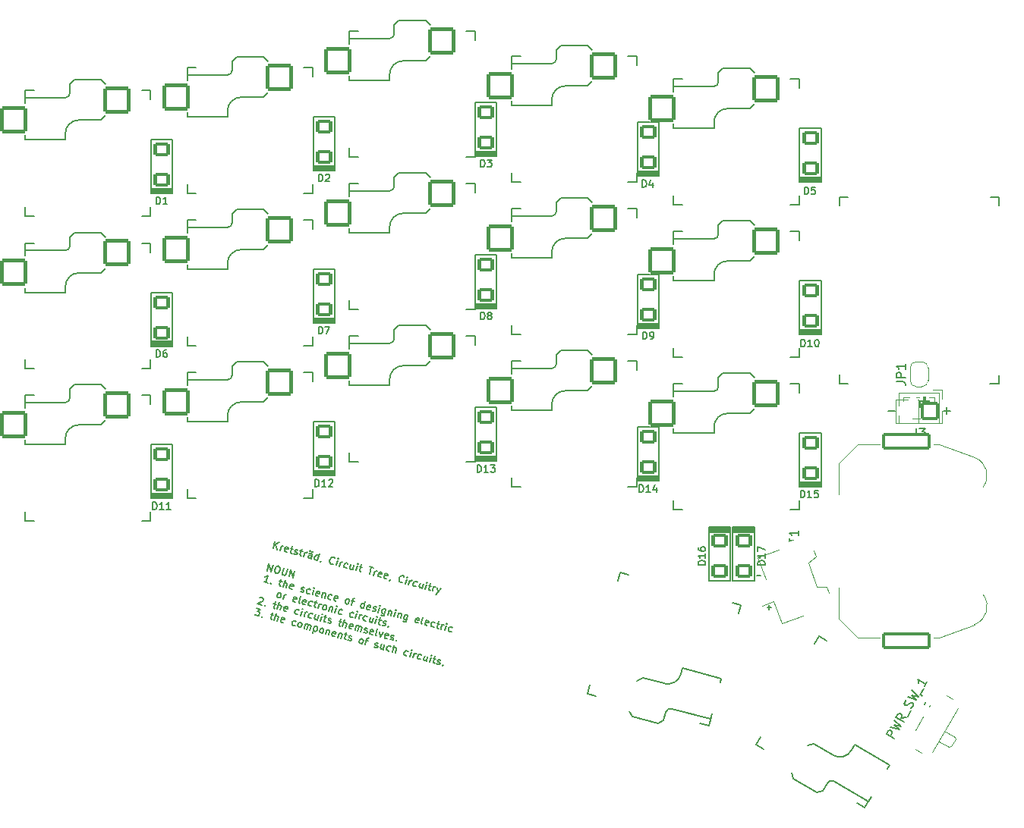
<source format=gto>
G04 #@! TF.GenerationSoftware,KiCad,Pcbnew,(6.0.6)*
G04 #@! TF.CreationDate,2022-07-19T13:35:42+08:00*
G04 #@! TF.ProjectId,Kretstr_d,4b726574-7374-472e-9464-2e6b69636164,rev?*
G04 #@! TF.SameCoordinates,Original*
G04 #@! TF.FileFunction,Legend,Top*
G04 #@! TF.FilePolarity,Positive*
%FSLAX46Y46*%
G04 Gerber Fmt 4.6, Leading zero omitted, Abs format (unit mm)*
G04 Created by KiCad (PCBNEW (6.0.6)) date 2022-07-19 13:35:42*
%MOMM*%
%LPD*%
G01*
G04 APERTURE LIST*
G04 Aperture macros list*
%AMRoundRect*
0 Rectangle with rounded corners*
0 $1 Rounding radius*
0 $2 $3 $4 $5 $6 $7 $8 $9 X,Y pos of 4 corners*
0 Add a 4 corners polygon primitive as box body*
4,1,4,$2,$3,$4,$5,$6,$7,$8,$9,$2,$3,0*
0 Add four circle primitives for the rounded corners*
1,1,$1+$1,$2,$3*
1,1,$1+$1,$4,$5*
1,1,$1+$1,$6,$7*
1,1,$1+$1,$8,$9*
0 Add four rect primitives between the rounded corners*
20,1,$1+$1,$2,$3,$4,$5,0*
20,1,$1+$1,$4,$5,$6,$7,0*
20,1,$1+$1,$6,$7,$8,$9,0*
20,1,$1+$1,$8,$9,$2,$3,0*%
%AMFreePoly0*
4,1,41,0.586777,0.930194,0.656366,0.874698,0.694986,0.794504,0.700000,0.750000,0.700000,-0.750000,0.680194,-0.836777,0.624698,-0.906366,0.544504,-0.944986,0.500000,-0.950000,0.000000,-0.950000,-0.023504,-0.944635,-0.083606,-0.943534,-0.139582,-0.934468,-0.274897,-0.892193,-0.326080,-0.867780,-0.444090,-0.789225,-0.486362,-0.751429,-0.577582,-0.642910,-0.607548,-0.594768,-0.664643,-0.465009,
-0.679893,-0.410393,-0.697476,-0.275933,-0.697084,-0.275882,-0.700000,-0.250000,-0.700000,0.250000,-0.697921,0.259109,-0.697582,0.286880,-0.675771,0.426957,-0.659192,0.481183,-0.598944,0.609508,-0.567811,0.656904,-0.473967,0.763162,-0.430783,0.799915,-0.310888,0.875563,-0.259125,0.898717,-0.122818,0.937674,-0.066635,0.945370,-0.042411,0.945222,0.000000,0.950000,0.500000,0.950000,
0.586777,0.930194,0.586777,0.930194,$1*%
%AMFreePoly1*
4,1,41,0.022678,0.944824,0.075125,0.944504,0.131210,0.936123,0.267031,0.895504,0.318507,0.871718,0.437469,0.794611,0.480202,0.757333,0.572740,0.649936,0.603290,0.602165,0.661967,0.473113,0.677883,0.418686,0.697980,0.278353,0.700000,0.250000,0.700000,-0.250000,0.699985,-0.252439,0.699836,-0.264655,0.697079,-0.295398,0.673559,-0.435199,0.656318,-0.489221,0.594506,-0.616800,
0.562797,-0.663810,0.467662,-0.768914,0.424032,-0.805137,0.303222,-0.879314,0.251181,-0.901834,0.114408,-0.939123,0.058135,-0.946132,0.037663,-0.945757,0.000000,-0.950000,-0.500000,-0.950000,-0.586777,-0.930194,-0.656366,-0.874698,-0.694986,-0.794504,-0.700000,-0.750000,-0.700000,0.750000,-0.680194,0.836777,-0.624698,0.906366,-0.544504,0.944986,-0.500000,0.950000,0.000000,0.950000,
0.022678,0.944824,0.022678,0.944824,$1*%
%AMFreePoly2*
4,1,22,0.686777,0.580194,0.756366,0.524698,0.794986,0.444504,0.800000,0.400000,0.800000,0.200000,0.780194,0.113223,0.741421,0.058579,0.141421,-0.541421,0.066056,-0.588777,-0.022393,-0.598742,-0.106406,-0.569345,-0.141421,-0.541421,-0.741421,0.058579,-0.788777,0.133944,-0.800000,0.200000,-0.800000,0.400000,-0.780194,0.486777,-0.724698,0.556366,-0.644504,0.594986,-0.600000,0.600000,
0.600000,0.600000,0.686777,0.580194,0.686777,0.580194,$1*%
%AMFreePoly3*
4,1,26,0.706406,1.169345,0.769345,1.106406,0.798742,1.022393,0.800000,1.000000,0.800000,-0.250000,0.780194,-0.336777,0.724698,-0.406366,0.644504,-0.444986,0.600000,-0.450000,-0.600000,-0.450000,-0.686777,-0.430194,-0.756366,-0.374698,-0.794986,-0.294504,-0.800000,-0.250000,-0.800000,1.000000,-0.780194,1.086777,-0.724698,1.156366,-0.644504,1.194986,-0.555496,1.194986,-0.475302,1.156366,
-0.458579,1.141421,0.000000,0.682842,0.458579,1.141421,0.533944,1.188777,0.622393,1.198742,0.706406,1.169345,0.706406,1.169345,$1*%
G04 Aperture macros list end*
%ADD10C,0.150000*%
%ADD11C,0.120000*%
%ADD12C,0.200000*%
%ADD13C,0.100000*%
%ADD14C,2.101800*%
%ADD15C,3.400000*%
%ADD16C,3.829000*%
%ADD17RoundRect,0.200000X-1.592168X-0.919239X0.919239X-1.592168X1.592168X0.919239X-0.919239X1.592168X0*%
%ADD18RoundRect,0.400000X0.200000X0.450000X-0.200000X0.450000X-0.200000X-0.450000X0.200000X-0.450000X0*%
%ADD19O,1.200000X1.700000*%
%ADD20RoundRect,0.200000X1.300000X1.300000X-1.300000X1.300000X-1.300000X-1.300000X1.300000X-1.300000X0*%
%ADD21RoundRect,0.200000X0.700000X-0.600000X0.700000X0.600000X-0.700000X0.600000X-0.700000X-0.600000X0*%
%ADD22C,3.600000*%
%ADD23FreePoly0,90.000000*%
%ADD24FreePoly1,90.000000*%
%ADD25RoundRect,0.200000X-0.700000X0.600000X-0.700000X-0.600000X0.700000X-0.600000X0.700000X0.600000X0*%
%ADD26RoundRect,0.200000X2.540000X-0.768600X2.540000X0.768600X-2.540000X0.768600X-2.540000X-0.768600X0*%
%ADD27C,16.400000*%
%ADD28RoundRect,0.200000X-1.775833X-0.475833X0.475833X-1.775833X1.775833X0.475833X-0.475833X1.775833X0*%
%ADD29RoundRect,0.400000X0.773173X0.068577X0.636365X0.444454X-0.773173X-0.068577X-0.636365X-0.444454X0*%
%ADD30RoundRect,0.450000X1.475870X0.111502X1.202254X0.863256X-1.475870X-0.111502X-1.202254X-0.863256X0*%
%ADD31C,2.000000*%
%ADD32FreePoly2,270.000000*%
%ADD33FreePoly2,90.000000*%
%ADD34FreePoly3,90.000000*%
%ADD35FreePoly3,270.000000*%
%ADD36RoundRect,0.200000X-0.850000X0.850000X-0.850000X-0.850000X0.850000X-0.850000X0.850000X0.850000X0*%
%ADD37O,2.100000X2.100000*%
%ADD38C,4.800000*%
%ADD39RoundRect,0.200000X0.096410X-0.633013X0.596410X0.233013X-0.096410X0.633013X-0.596410X-0.233013X0*%
%ADD40C,1.300000*%
%ADD41RoundRect,0.200000X0.474519X-0.678109X0.824519X-0.071891X-0.474519X0.678109X-0.824519X0.071891X0*%
G04 APERTURE END LIST*
D10*
X110104723Y-110694878D02*
X110311779Y-109922138D01*
X110546289Y-110813196D02*
X110333432Y-110282892D01*
X110753345Y-110040455D02*
X110193461Y-110363704D01*
X110877464Y-110901934D02*
X111015501Y-110386773D01*
X110976062Y-110533962D02*
X111032578Y-110470227D01*
X111079235Y-110443290D01*
X111162689Y-110426212D01*
X111236284Y-110445932D01*
X111660064Y-111072192D02*
X111576610Y-111089269D01*
X111429422Y-111049830D01*
X111365687Y-110993313D01*
X111348609Y-110909859D01*
X111427488Y-110615482D01*
X111484004Y-110551747D01*
X111567458Y-110534670D01*
X111714647Y-110574109D01*
X111778382Y-110630626D01*
X111795459Y-110714080D01*
X111775740Y-110787674D01*
X111388048Y-110762671D01*
X112045822Y-110662847D02*
X112340199Y-110741725D01*
X112225232Y-110434846D02*
X112047756Y-111097195D01*
X112064833Y-111180649D01*
X112128568Y-111237166D01*
X112202162Y-111256885D01*
X112432805Y-111279247D02*
X112496540Y-111335764D01*
X112643728Y-111375203D01*
X112727182Y-111358125D01*
X112783699Y-111294391D01*
X112793559Y-111257593D01*
X112776481Y-111174139D01*
X112712747Y-111117623D01*
X112602355Y-111088043D01*
X112538621Y-111031526D01*
X112521543Y-110948072D01*
X112531403Y-110911275D01*
X112587920Y-110847541D01*
X112671374Y-110830463D01*
X112781765Y-110860042D01*
X112845500Y-110916559D01*
X113112940Y-110948780D02*
X113407317Y-111027658D01*
X113292350Y-110720779D02*
X113114874Y-111383128D01*
X113131951Y-111466583D01*
X113195686Y-111523099D01*
X113269280Y-111542819D01*
X113526861Y-111611837D02*
X113664897Y-111096677D01*
X113625458Y-111243866D02*
X113681975Y-111180131D01*
X113728632Y-111153194D01*
X113812086Y-111136116D01*
X113885680Y-111155835D01*
X114336398Y-111828752D02*
X114444856Y-111423983D01*
X114427778Y-111340529D01*
X114364044Y-111284013D01*
X114216855Y-111244573D01*
X114133401Y-111261651D01*
X114346258Y-111791955D02*
X114262804Y-111809033D01*
X114078818Y-111759734D01*
X114015084Y-111703217D01*
X113998006Y-111619763D01*
X114017725Y-111546169D01*
X114074242Y-111482434D01*
X114157696Y-111465356D01*
X114341682Y-111514655D01*
X114425136Y-111497578D01*
X114212279Y-110967274D02*
X114239216Y-111013931D01*
X114192559Y-111040868D01*
X114165622Y-110994211D01*
X114212279Y-110967274D01*
X114192559Y-111040868D01*
X114506656Y-111046152D02*
X114533594Y-111092809D01*
X114486937Y-111119746D01*
X114459999Y-111073089D01*
X114506656Y-111046152D01*
X114486937Y-111119746D01*
X115035545Y-112016088D02*
X115242600Y-111243347D01*
X115045404Y-111979291D02*
X114961950Y-111996368D01*
X114814762Y-111956929D01*
X114751027Y-111900413D01*
X114724090Y-111853756D01*
X114707012Y-111770302D01*
X114766171Y-111549519D01*
X114822687Y-111485784D01*
X114869344Y-111458847D01*
X114952798Y-111441769D01*
X115099987Y-111481208D01*
X115163722Y-111537725D01*
X115450173Y-112087748D02*
X115440314Y-112124545D01*
X115383797Y-112188280D01*
X115337140Y-112215217D01*
X116821529Y-112415763D02*
X116774872Y-112442700D01*
X116654620Y-112449918D01*
X116581026Y-112430198D01*
X116480494Y-112363822D01*
X116426619Y-112270508D01*
X116409542Y-112187054D01*
X116412184Y-112030005D01*
X116441763Y-111919614D01*
X116517999Y-111782285D01*
X116574516Y-111718550D01*
X116667830Y-111664676D01*
X116788081Y-111657458D01*
X116861676Y-111677177D01*
X116962207Y-111743554D01*
X116989145Y-111790211D01*
X117132984Y-112578095D02*
X117271020Y-112062935D01*
X117340039Y-111805354D02*
X117293382Y-111832292D01*
X117320319Y-111878949D01*
X117366976Y-111852011D01*
X117340039Y-111805354D01*
X117320319Y-111878949D01*
X117500955Y-112676693D02*
X117638992Y-112161532D01*
X117599553Y-112308721D02*
X117656070Y-112244986D01*
X117702727Y-112218049D01*
X117786181Y-112200971D01*
X117859775Y-112220691D01*
X118320353Y-112856811D02*
X118236899Y-112873888D01*
X118089710Y-112834449D01*
X118025976Y-112777932D01*
X117999038Y-112731275D01*
X117981961Y-112647821D01*
X118041119Y-112427038D01*
X118097636Y-112363304D01*
X118144293Y-112336366D01*
X118227747Y-112319289D01*
X118374936Y-112358728D01*
X118438670Y-112415245D01*
X119110879Y-112555923D02*
X118972842Y-113071084D01*
X118779705Y-112467185D02*
X118671247Y-112871954D01*
X118688325Y-112955408D01*
X118752059Y-113011925D01*
X118862451Y-113041504D01*
X118945905Y-113024427D01*
X118992562Y-112997489D01*
X119340814Y-113169681D02*
X119478851Y-112654521D01*
X119547869Y-112396941D02*
X119501212Y-112423878D01*
X119528150Y-112470535D01*
X119574807Y-112443598D01*
X119547869Y-112396941D01*
X119528150Y-112470535D01*
X119736431Y-112723539D02*
X120030808Y-112802418D01*
X119915841Y-112495539D02*
X119738365Y-113157888D01*
X119755443Y-113241342D01*
X119819177Y-113297858D01*
X119892772Y-113317578D01*
X120835770Y-112742033D02*
X121277336Y-112860350D01*
X120849498Y-113573932D02*
X121056553Y-112801191D01*
X121327861Y-113702109D02*
X121465898Y-113186949D01*
X121426459Y-113334137D02*
X121482976Y-113270403D01*
X121529633Y-113243465D01*
X121613087Y-113226388D01*
X121686681Y-113246107D01*
X122110462Y-113872367D02*
X122027008Y-113889445D01*
X121879819Y-113850006D01*
X121816085Y-113793489D01*
X121799007Y-113710035D01*
X121877885Y-113415658D01*
X121934402Y-113351923D01*
X122017856Y-113334845D01*
X122165045Y-113374284D01*
X122228779Y-113430801D01*
X122245857Y-113514255D01*
X122226137Y-113587850D01*
X121838446Y-113562846D01*
X122772811Y-114049843D02*
X122689357Y-114066921D01*
X122542168Y-114027482D01*
X122478434Y-113970965D01*
X122461356Y-113887511D01*
X122540234Y-113593133D01*
X122596751Y-113529399D01*
X122680205Y-113512321D01*
X122827394Y-113551760D01*
X122891128Y-113608277D01*
X122908206Y-113691731D01*
X122888486Y-113765326D01*
X122500795Y-113740322D01*
X123177580Y-114158301D02*
X123167720Y-114195098D01*
X123111203Y-114258832D01*
X123064547Y-114285770D01*
X124548935Y-114486315D02*
X124502278Y-114513253D01*
X124382027Y-114520470D01*
X124308433Y-114500751D01*
X124207901Y-114434374D01*
X124154026Y-114341060D01*
X124136948Y-114257606D01*
X124139590Y-114100558D01*
X124169170Y-113990166D01*
X124245406Y-113852837D01*
X124301923Y-113789103D01*
X124395237Y-113735228D01*
X124515488Y-113728010D01*
X124589082Y-113747730D01*
X124689614Y-113814106D01*
X124716551Y-113860763D01*
X124860390Y-114648647D02*
X124998427Y-114133487D01*
X125067445Y-113875907D02*
X125020788Y-113902844D01*
X125047726Y-113949501D01*
X125094383Y-113922564D01*
X125067445Y-113875907D01*
X125047726Y-113949501D01*
X125228362Y-114747245D02*
X125366399Y-114232085D01*
X125326960Y-114379273D02*
X125383476Y-114315539D01*
X125430133Y-114288601D01*
X125513587Y-114271524D01*
X125587182Y-114291243D01*
X126047760Y-114927363D02*
X125964305Y-114944441D01*
X125817117Y-114905002D01*
X125753382Y-114848485D01*
X125726445Y-114801828D01*
X125709367Y-114718374D01*
X125768526Y-114497591D01*
X125825042Y-114433856D01*
X125871699Y-114406919D01*
X125955154Y-114389841D01*
X126102342Y-114429280D01*
X126166077Y-114485797D01*
X126838286Y-114626476D02*
X126700249Y-115141636D01*
X126507111Y-114537738D02*
X126398654Y-114942507D01*
X126415731Y-115025961D01*
X126479466Y-115082477D01*
X126589857Y-115112057D01*
X126673312Y-115094979D01*
X126719968Y-115068042D01*
X127068221Y-115240234D02*
X127206257Y-114725073D01*
X127275276Y-114467493D02*
X127228619Y-114494431D01*
X127255556Y-114541087D01*
X127302213Y-114514150D01*
X127275276Y-114467493D01*
X127255556Y-114541087D01*
X127463838Y-114794092D02*
X127758215Y-114872970D01*
X127643248Y-114566091D02*
X127465772Y-115228440D01*
X127482849Y-115311894D01*
X127546584Y-115368411D01*
X127620178Y-115388130D01*
X127877758Y-115457149D02*
X128015795Y-114941988D01*
X127976356Y-115089177D02*
X128032873Y-115025442D01*
X128079530Y-114998505D01*
X128162984Y-114981427D01*
X128236578Y-115001147D01*
X128420564Y-115050446D02*
X128466513Y-115614905D01*
X128788536Y-115149044D02*
X128466513Y-115614905D01*
X128343620Y-115779172D01*
X128296963Y-115806109D01*
X128213509Y-115823187D01*
X109438005Y-113183102D02*
X109645061Y-112410362D01*
X109879571Y-113301420D01*
X110086627Y-112528679D01*
X110601787Y-112666716D02*
X110748976Y-112706155D01*
X110812710Y-112762672D01*
X110866585Y-112855986D01*
X110863943Y-113013034D01*
X110794925Y-113270614D01*
X110718689Y-113407943D01*
X110625375Y-113461818D01*
X110541921Y-113478896D01*
X110394732Y-113439456D01*
X110330997Y-113382940D01*
X110277122Y-113289626D01*
X110279764Y-113132577D01*
X110348783Y-112874997D01*
X110425019Y-112737668D01*
X110518333Y-112683793D01*
X110601787Y-112666716D01*
X111264136Y-112844192D02*
X111096520Y-113469744D01*
X111113598Y-113553198D01*
X111140535Y-113599855D01*
X111204270Y-113656371D01*
X111351458Y-113695811D01*
X111434912Y-113678733D01*
X111481569Y-113651796D01*
X111538086Y-113588061D01*
X111705702Y-112962509D01*
X111866619Y-113833847D02*
X112073674Y-113061107D01*
X112308185Y-113952165D01*
X112515240Y-113179424D01*
X109509415Y-114535672D02*
X109067849Y-114417355D01*
X109288632Y-114476513D02*
X109495687Y-113703773D01*
X109392514Y-113794445D01*
X109299200Y-113848319D01*
X109215746Y-113865397D01*
X109860309Y-114550815D02*
X109887247Y-114597472D01*
X109840590Y-114624410D01*
X109813652Y-114577753D01*
X109860309Y-114550815D01*
X109840590Y-114624410D01*
X110824962Y-114336024D02*
X111119339Y-114414902D01*
X111004372Y-114108023D02*
X110826896Y-114770372D01*
X110843973Y-114853827D01*
X110907708Y-114910343D01*
X110981302Y-114930063D01*
X111238882Y-114999081D02*
X111445938Y-114226341D01*
X111570057Y-115087819D02*
X111678514Y-114683050D01*
X111661437Y-114599596D01*
X111597702Y-114543079D01*
X111487311Y-114513500D01*
X111403857Y-114530578D01*
X111357200Y-114557515D01*
X112242266Y-115228498D02*
X112158812Y-115245576D01*
X112011623Y-115206136D01*
X111947888Y-115149620D01*
X111930811Y-115066166D01*
X112009689Y-114771788D01*
X112066206Y-114708054D01*
X112149660Y-114690976D01*
X112296849Y-114730415D01*
X112360583Y-114786932D01*
X112377661Y-114870386D01*
X112357941Y-114943980D01*
X111970250Y-114918977D01*
X113162195Y-115474992D02*
X113225930Y-115531509D01*
X113373119Y-115570948D01*
X113456573Y-115553870D01*
X113513089Y-115490136D01*
X113522949Y-115453339D01*
X113505872Y-115369885D01*
X113442137Y-115313368D01*
X113331745Y-115283789D01*
X113268011Y-115227272D01*
X113250933Y-115143818D01*
X113260793Y-115107021D01*
X113317310Y-115043286D01*
X113400764Y-115026208D01*
X113511155Y-115055788D01*
X113574890Y-115112304D01*
X114155719Y-115741206D02*
X114072265Y-115758284D01*
X113925076Y-115718845D01*
X113861342Y-115662328D01*
X113834404Y-115615671D01*
X113817327Y-115532217D01*
X113876485Y-115311434D01*
X113933002Y-115247699D01*
X113979659Y-115220762D01*
X114063113Y-115203684D01*
X114210302Y-115243123D01*
X114274036Y-115299640D01*
X114477034Y-115866741D02*
X114615071Y-115351581D01*
X114684089Y-115094001D02*
X114637432Y-115120938D01*
X114664369Y-115167595D01*
X114711026Y-115140658D01*
X114684089Y-115094001D01*
X114664369Y-115167595D01*
X115149243Y-116007420D02*
X115065789Y-116024498D01*
X114918600Y-115985059D01*
X114854865Y-115928542D01*
X114837788Y-115845088D01*
X114916666Y-115550710D01*
X114973183Y-115486976D01*
X115056637Y-115469898D01*
X115203825Y-115509337D01*
X115267560Y-115565854D01*
X115284638Y-115649308D01*
X115264918Y-115722902D01*
X114877227Y-115697899D01*
X115645391Y-115627654D02*
X115507355Y-116142815D01*
X115625672Y-115701249D02*
X115672329Y-115674311D01*
X115755783Y-115657234D01*
X115866174Y-115686813D01*
X115929909Y-115743330D01*
X115946987Y-115826784D01*
X115838529Y-116231553D01*
X116547535Y-116382091D02*
X116464081Y-116399169D01*
X116316892Y-116359730D01*
X116253158Y-116303213D01*
X116226220Y-116256556D01*
X116209143Y-116173102D01*
X116268301Y-115952319D01*
X116324818Y-115888585D01*
X116371475Y-115861647D01*
X116454929Y-115844569D01*
X116602118Y-115884009D01*
X116665853Y-115940525D01*
X117173087Y-116549708D02*
X117089633Y-116566785D01*
X116942444Y-116527346D01*
X116878710Y-116470829D01*
X116861632Y-116387375D01*
X116940510Y-116092998D01*
X116997027Y-116029263D01*
X117080481Y-116012186D01*
X117227670Y-116051625D01*
X117291405Y-116108141D01*
X117308482Y-116191596D01*
X117288763Y-116265190D01*
X116901071Y-116240187D01*
X118230346Y-116872438D02*
X118166611Y-116815921D01*
X118139674Y-116769264D01*
X118122596Y-116685810D01*
X118181755Y-116465027D01*
X118238271Y-116401293D01*
X118284928Y-116374355D01*
X118368382Y-116357278D01*
X118478774Y-116386857D01*
X118542508Y-116443374D01*
X118569446Y-116490031D01*
X118586523Y-116573485D01*
X118527365Y-116794268D01*
X118470848Y-116858002D01*
X118424191Y-116884940D01*
X118340737Y-116902017D01*
X118230346Y-116872438D01*
X118846746Y-116485455D02*
X119141123Y-116564333D01*
X118819100Y-117030194D02*
X118996576Y-116367845D01*
X119053093Y-116304111D01*
X119136547Y-116287033D01*
X119210141Y-116306753D01*
X120180596Y-117395006D02*
X120387651Y-116622265D01*
X120190456Y-117358209D02*
X120107001Y-117375287D01*
X119959813Y-117335847D01*
X119896078Y-117279331D01*
X119869141Y-117232674D01*
X119852063Y-117149220D01*
X119911222Y-116928437D01*
X119967738Y-116864702D01*
X120014395Y-116837765D01*
X120097850Y-116820687D01*
X120245038Y-116860126D01*
X120308773Y-116916643D01*
X120852805Y-117535685D02*
X120769351Y-117552762D01*
X120622162Y-117513323D01*
X120558427Y-117456807D01*
X120541350Y-117373353D01*
X120620228Y-117078975D01*
X120676745Y-117015241D01*
X120760199Y-116998163D01*
X120907387Y-117037602D01*
X120971122Y-117094119D01*
X120988200Y-117177573D01*
X120968480Y-117251167D01*
X120580789Y-117226164D01*
X121183979Y-117624423D02*
X121247714Y-117680940D01*
X121394903Y-117720379D01*
X121478357Y-117703301D01*
X121534873Y-117639566D01*
X121544733Y-117602769D01*
X121527656Y-117519315D01*
X121463921Y-117462798D01*
X121353529Y-117433219D01*
X121289795Y-117376702D01*
X121272717Y-117293248D01*
X121282577Y-117256451D01*
X121339094Y-117192716D01*
X121422548Y-117175639D01*
X121532939Y-117205218D01*
X121596674Y-117261735D01*
X121836469Y-117838696D02*
X121974505Y-117323535D01*
X122043524Y-117065955D02*
X121996867Y-117092893D01*
X122023804Y-117139550D01*
X122070461Y-117112612D01*
X122043524Y-117065955D01*
X122023804Y-117139550D01*
X122673652Y-117510871D02*
X122506036Y-118136423D01*
X122449519Y-118200158D01*
X122402862Y-118227095D01*
X122319408Y-118244173D01*
X122209016Y-118214593D01*
X122145282Y-118158077D01*
X122545475Y-117989234D02*
X122462021Y-118006312D01*
X122314832Y-117966873D01*
X122251097Y-117910356D01*
X122224160Y-117863699D01*
X122207082Y-117780245D01*
X122266241Y-117559462D01*
X122322758Y-117495728D01*
X122369415Y-117468790D01*
X122452869Y-117451712D01*
X122600057Y-117491152D01*
X122663792Y-117547668D01*
X123041623Y-117609469D02*
X122903587Y-118124629D01*
X123021904Y-117683063D02*
X123068561Y-117656126D01*
X123152015Y-117639048D01*
X123262407Y-117668628D01*
X123326141Y-117725144D01*
X123343219Y-117808598D01*
X123234761Y-118213367D01*
X123602733Y-118311965D02*
X123740770Y-117796805D01*
X123809788Y-117539224D02*
X123763131Y-117566162D01*
X123790069Y-117612819D01*
X123836726Y-117585881D01*
X123809788Y-117539224D01*
X123790069Y-117612819D01*
X124108742Y-117895402D02*
X123970705Y-118410563D01*
X124089022Y-117968997D02*
X124135679Y-117942059D01*
X124219133Y-117924982D01*
X124329525Y-117954561D01*
X124393259Y-118011078D01*
X124410337Y-118094532D01*
X124301879Y-118499301D01*
X125139062Y-118171476D02*
X124971446Y-118797028D01*
X124914930Y-118860762D01*
X124868273Y-118887700D01*
X124784818Y-118904778D01*
X124674427Y-118875198D01*
X124610692Y-118818681D01*
X125010885Y-118649839D02*
X124927431Y-118666917D01*
X124780243Y-118627478D01*
X124716508Y-118570961D01*
X124689571Y-118524304D01*
X124672493Y-118440850D01*
X124731652Y-118220067D01*
X124788168Y-118156332D01*
X124834825Y-118129395D01*
X124918279Y-118112317D01*
X125065468Y-118151756D01*
X125129203Y-118208273D01*
X126261989Y-118985071D02*
X126178535Y-119002149D01*
X126031346Y-118962710D01*
X125967612Y-118906193D01*
X125950534Y-118822739D01*
X126029412Y-118528362D01*
X126085929Y-118464627D01*
X126169383Y-118447550D01*
X126316572Y-118486989D01*
X126380307Y-118543505D01*
X126397384Y-118626960D01*
X126377665Y-118700554D01*
X125989973Y-118675550D01*
X126730493Y-119150046D02*
X126666758Y-119093529D01*
X126649681Y-119010075D01*
X126827157Y-118347726D01*
X127329107Y-119271005D02*
X127245653Y-119288083D01*
X127098465Y-119248643D01*
X127034730Y-119192127D01*
X127017652Y-119108673D01*
X127096531Y-118814295D01*
X127153047Y-118750561D01*
X127236501Y-118733483D01*
X127383690Y-118772922D01*
X127447425Y-118829439D01*
X127464502Y-118912893D01*
X127444783Y-118986487D01*
X127057091Y-118961484D01*
X128028254Y-119458341D02*
X127944800Y-119475418D01*
X127797611Y-119435979D01*
X127733876Y-119379462D01*
X127706939Y-119332805D01*
X127689861Y-119249351D01*
X127749020Y-119028568D01*
X127805537Y-118964834D01*
X127852194Y-118937896D01*
X127935648Y-118920819D01*
X128082836Y-118960258D01*
X128146571Y-119016775D01*
X128377214Y-119039136D02*
X128671591Y-119118014D01*
X128556624Y-118811135D02*
X128379148Y-119473484D01*
X128396225Y-119556938D01*
X128459960Y-119613455D01*
X128533554Y-119633175D01*
X128791135Y-119702193D02*
X128929171Y-119187033D01*
X128889732Y-119334221D02*
X128946249Y-119270487D01*
X128992906Y-119243549D01*
X129076360Y-119226472D01*
X129149954Y-119246191D01*
X129269498Y-119830370D02*
X129407535Y-119315210D01*
X129476553Y-119057629D02*
X129429896Y-119084567D01*
X129456834Y-119131224D01*
X129503490Y-119104286D01*
X129476553Y-119057629D01*
X129456834Y-119131224D01*
X129978504Y-119980909D02*
X129895050Y-119997986D01*
X129747861Y-119958547D01*
X129684127Y-119902030D01*
X129657189Y-119855373D01*
X129640111Y-119771919D01*
X129699270Y-119551136D01*
X129755787Y-119487402D01*
X129802444Y-119460464D01*
X129885898Y-119443387D01*
X130033087Y-119482826D01*
X130096821Y-119539342D01*
X110647943Y-116174175D02*
X110584209Y-116117658D01*
X110557271Y-116071001D01*
X110540194Y-115987547D01*
X110599352Y-115766764D01*
X110655869Y-115703029D01*
X110702526Y-115676092D01*
X110785980Y-115659014D01*
X110896372Y-115688594D01*
X110960106Y-115745110D01*
X110987044Y-115791767D01*
X111004121Y-115875221D01*
X110944962Y-116096005D01*
X110888446Y-116159739D01*
X110841789Y-116186677D01*
X110758335Y-116203754D01*
X110647943Y-116174175D01*
X111236698Y-116331931D02*
X111374735Y-115816771D01*
X111335296Y-115963959D02*
X111391812Y-115900225D01*
X111438469Y-115873287D01*
X111521923Y-115856210D01*
X111595518Y-115875929D01*
X112608053Y-116659946D02*
X112524599Y-116677023D01*
X112377410Y-116637584D01*
X112313676Y-116581067D01*
X112296598Y-116497613D01*
X112375476Y-116203236D01*
X112431993Y-116139501D01*
X112515447Y-116122424D01*
X112662636Y-116161863D01*
X112726370Y-116218380D01*
X112743448Y-116301834D01*
X112723729Y-116375428D01*
X112336037Y-116350425D01*
X113076557Y-116824920D02*
X113012822Y-116768403D01*
X112995744Y-116684949D01*
X113173220Y-116022600D01*
X113675171Y-116945879D02*
X113591717Y-116962957D01*
X113444528Y-116923518D01*
X113380794Y-116867001D01*
X113363716Y-116783547D01*
X113442594Y-116489169D01*
X113499111Y-116425435D01*
X113582565Y-116408357D01*
X113729754Y-116447796D01*
X113793489Y-116504313D01*
X113810566Y-116587767D01*
X113790847Y-116661361D01*
X113403155Y-116636358D01*
X114374318Y-117133215D02*
X114290863Y-117150292D01*
X114143675Y-117110853D01*
X114079940Y-117054337D01*
X114053003Y-117007680D01*
X114035925Y-116924225D01*
X114095084Y-116703442D01*
X114151601Y-116639708D01*
X114198257Y-116612770D01*
X114281712Y-116595693D01*
X114428900Y-116635132D01*
X114492635Y-116691649D01*
X114723278Y-116714010D02*
X115017655Y-116792888D01*
X114902688Y-116486009D02*
X114725212Y-117148358D01*
X114742289Y-117231812D01*
X114806024Y-117288329D01*
X114879618Y-117308049D01*
X115137198Y-117377067D02*
X115275235Y-116861907D01*
X115235796Y-117009095D02*
X115292313Y-116945361D01*
X115338970Y-116918423D01*
X115422424Y-116901346D01*
X115496018Y-116921065D01*
X115725953Y-117534824D02*
X115662219Y-117478307D01*
X115635281Y-117431650D01*
X115618204Y-117348196D01*
X115677362Y-117127413D01*
X115733879Y-117063678D01*
X115780536Y-117036741D01*
X115863990Y-117019663D01*
X115974382Y-117049242D01*
X116038116Y-117105759D01*
X116065054Y-117152416D01*
X116082131Y-117235870D01*
X116022973Y-117456653D01*
X115966456Y-117520388D01*
X115919799Y-117547325D01*
X115836345Y-117564403D01*
X115725953Y-117534824D01*
X116452745Y-117177419D02*
X116314708Y-117692580D01*
X116433025Y-117251014D02*
X116479682Y-117224076D01*
X116563136Y-117206999D01*
X116673528Y-117236578D01*
X116737262Y-117293095D01*
X116754340Y-117376549D01*
X116645883Y-117781318D01*
X117013854Y-117879916D02*
X117151891Y-117364755D01*
X117220910Y-117107175D02*
X117174253Y-117134112D01*
X117201190Y-117180769D01*
X117247847Y-117153832D01*
X117220910Y-117107175D01*
X117201190Y-117180769D01*
X117722860Y-118030454D02*
X117639406Y-118047532D01*
X117492218Y-118008093D01*
X117428483Y-117951576D01*
X117401546Y-117904919D01*
X117384468Y-117821465D01*
X117443627Y-117600682D01*
X117500143Y-117536947D01*
X117546800Y-117510010D01*
X117630254Y-117492932D01*
X117777443Y-117532371D01*
X117841178Y-117588888D01*
X118973964Y-118365686D02*
X118890510Y-118382764D01*
X118743322Y-118343325D01*
X118679587Y-118286808D01*
X118652650Y-118240151D01*
X118635572Y-118156697D01*
X118694731Y-117935914D01*
X118751247Y-117872179D01*
X118797904Y-117845242D01*
X118881358Y-117828164D01*
X119028547Y-117867604D01*
X119092282Y-117924120D01*
X119295279Y-118491221D02*
X119433316Y-117976061D01*
X119502334Y-117718481D02*
X119455677Y-117745418D01*
X119482615Y-117792075D01*
X119529272Y-117765138D01*
X119502334Y-117718481D01*
X119482615Y-117792075D01*
X119663251Y-118589819D02*
X119801288Y-118074659D01*
X119761849Y-118221847D02*
X119818365Y-118158113D01*
X119865022Y-118131176D01*
X119948476Y-118114098D01*
X120022071Y-118133817D01*
X120482649Y-118769937D02*
X120399194Y-118787015D01*
X120252006Y-118747576D01*
X120188271Y-118691059D01*
X120161334Y-118644402D01*
X120144256Y-118560948D01*
X120203415Y-118340165D01*
X120259931Y-118276430D01*
X120306588Y-118249493D01*
X120390043Y-118232415D01*
X120537231Y-118271854D01*
X120600966Y-118328371D01*
X121273175Y-118469050D02*
X121135138Y-118984210D01*
X120942000Y-118380312D02*
X120833543Y-118785081D01*
X120850620Y-118868535D01*
X120914355Y-118925052D01*
X121024746Y-118954631D01*
X121108200Y-118937553D01*
X121154857Y-118910616D01*
X121503110Y-119082808D02*
X121641146Y-118567647D01*
X121710165Y-118310067D02*
X121663508Y-118337005D01*
X121690445Y-118383662D01*
X121737102Y-118356724D01*
X121710165Y-118310067D01*
X121690445Y-118383662D01*
X121898727Y-118636666D02*
X122193104Y-118715544D01*
X122078137Y-118408665D02*
X121900661Y-119071014D01*
X121917738Y-119154468D01*
X121981473Y-119210985D01*
X122055067Y-119230704D01*
X122285710Y-119253066D02*
X122349445Y-119309583D01*
X122496633Y-119349022D01*
X122580087Y-119331944D01*
X122636604Y-119268210D01*
X122646464Y-119231412D01*
X122629386Y-119147958D01*
X122565652Y-119091442D01*
X122455260Y-119061862D01*
X122391526Y-119005346D01*
X122374448Y-118921891D01*
X122384308Y-118885094D01*
X122440825Y-118821360D01*
X122524279Y-118804282D01*
X122634670Y-118833861D01*
X122698405Y-118890378D01*
X122957919Y-119393745D02*
X122984856Y-119440402D01*
X122938199Y-119467339D01*
X122911262Y-119420682D01*
X122957919Y-119393745D01*
X122938199Y-119467339D01*
X108588467Y-116206432D02*
X108635124Y-116179495D01*
X108718578Y-116162417D01*
X108902564Y-116211716D01*
X108966298Y-116268233D01*
X108993236Y-116314890D01*
X109010313Y-116398344D01*
X108990594Y-116471938D01*
X108924217Y-116572470D01*
X108364334Y-116895719D01*
X108842697Y-117023896D01*
X109193591Y-117039039D02*
X109220529Y-117085696D01*
X109173872Y-117112634D01*
X109146934Y-117065977D01*
X109193591Y-117039039D01*
X109173872Y-117112634D01*
X110158244Y-116824248D02*
X110452621Y-116903126D01*
X110337654Y-116596247D02*
X110160178Y-117258596D01*
X110177255Y-117342051D01*
X110240990Y-117398567D01*
X110314584Y-117418287D01*
X110572164Y-117487305D02*
X110779220Y-116714565D01*
X110903339Y-117576043D02*
X111011796Y-117171274D01*
X110994719Y-117087820D01*
X110930984Y-117031303D01*
X110820593Y-117001724D01*
X110737139Y-117018802D01*
X110690482Y-117045739D01*
X111575548Y-117716722D02*
X111492094Y-117733800D01*
X111344905Y-117694360D01*
X111281170Y-117637844D01*
X111264093Y-117554390D01*
X111342971Y-117260012D01*
X111399488Y-117196278D01*
X111482942Y-117179200D01*
X111630131Y-117218639D01*
X111693865Y-117275156D01*
X111710943Y-117358610D01*
X111691223Y-117432204D01*
X111303532Y-117407201D01*
X112863449Y-118061814D02*
X112779995Y-118078892D01*
X112632806Y-118039453D01*
X112569072Y-117982936D01*
X112542134Y-117936279D01*
X112525057Y-117852825D01*
X112584215Y-117632042D01*
X112640732Y-117568307D01*
X112687389Y-117541370D01*
X112770843Y-117524292D01*
X112918032Y-117563731D01*
X112981766Y-117620248D01*
X113184764Y-118187349D02*
X113322801Y-117672189D01*
X113391819Y-117414608D02*
X113345162Y-117441546D01*
X113372099Y-117488203D01*
X113418756Y-117461265D01*
X113391819Y-117414608D01*
X113372099Y-117488203D01*
X113552736Y-118285947D02*
X113690772Y-117770786D01*
X113651333Y-117917975D02*
X113707850Y-117854241D01*
X113754507Y-117827303D01*
X113837961Y-117810225D01*
X113911555Y-117829945D01*
X114372133Y-118466065D02*
X114288679Y-118483142D01*
X114141490Y-118443703D01*
X114077756Y-118387186D01*
X114050818Y-118340530D01*
X114033741Y-118257075D01*
X114092899Y-118036292D01*
X114149416Y-117972558D01*
X114196073Y-117945620D01*
X114279527Y-117928543D01*
X114426716Y-117967982D01*
X114490450Y-118024499D01*
X115162659Y-118165177D02*
X115024623Y-118680338D01*
X114831485Y-118076439D02*
X114723027Y-118481208D01*
X114740105Y-118564662D01*
X114803839Y-118621179D01*
X114914231Y-118650758D01*
X114997685Y-118633681D01*
X115044342Y-118606743D01*
X115392594Y-118778936D02*
X115530631Y-118263775D01*
X115599649Y-118006195D02*
X115552993Y-118033132D01*
X115579930Y-118079789D01*
X115626587Y-118052852D01*
X115599649Y-118006195D01*
X115579930Y-118079789D01*
X115788211Y-118332793D02*
X116082589Y-118411672D01*
X115967621Y-118104793D02*
X115790145Y-118767142D01*
X115807223Y-118850596D01*
X115870958Y-118907113D01*
X115944552Y-118926832D01*
X116175195Y-118949194D02*
X116238929Y-119005710D01*
X116386118Y-119045149D01*
X116469572Y-119028072D01*
X116526089Y-118964337D01*
X116535949Y-118927540D01*
X116518871Y-118844086D01*
X116455136Y-118787569D01*
X116344745Y-118757990D01*
X116281010Y-118701473D01*
X116263933Y-118618019D01*
X116273792Y-118581222D01*
X116330309Y-118517487D01*
X116413763Y-118500410D01*
X116524155Y-118529989D01*
X116587889Y-118586506D01*
X117444084Y-118776483D02*
X117738462Y-118855361D01*
X117623494Y-118548482D02*
X117446018Y-119210832D01*
X117463096Y-119294286D01*
X117526830Y-119350802D01*
X117600425Y-119370522D01*
X117858005Y-119439540D02*
X118065060Y-118666800D01*
X118189179Y-119528278D02*
X118297637Y-119123509D01*
X118280559Y-119040055D01*
X118216825Y-118983539D01*
X118106433Y-118953959D01*
X118022979Y-118971037D01*
X117976322Y-118997974D01*
X118861388Y-119668957D02*
X118777934Y-119686035D01*
X118630746Y-119646596D01*
X118567011Y-119590079D01*
X118549933Y-119506625D01*
X118628812Y-119212247D01*
X118685328Y-119148513D01*
X118768782Y-119131435D01*
X118915971Y-119170874D01*
X118979706Y-119227391D01*
X118996783Y-119310845D01*
X118977064Y-119384439D01*
X118589372Y-119359436D01*
X119219500Y-119804352D02*
X119357537Y-119289191D01*
X119337818Y-119362786D02*
X119384475Y-119335848D01*
X119467929Y-119318771D01*
X119578320Y-119348350D01*
X119642055Y-119404867D01*
X119659132Y-119488321D01*
X119550675Y-119893090D01*
X119659132Y-119488321D02*
X119715649Y-119424586D01*
X119799103Y-119407509D01*
X119909495Y-119437088D01*
X119973229Y-119493605D01*
X119990307Y-119577059D01*
X119881850Y-119981828D01*
X120222884Y-120033769D02*
X120286618Y-120090285D01*
X120433807Y-120129724D01*
X120517261Y-120112647D01*
X120573778Y-120048912D01*
X120583638Y-120012115D01*
X120566560Y-119928661D01*
X120502826Y-119872144D01*
X120392434Y-119842565D01*
X120328699Y-119786048D01*
X120311622Y-119702594D01*
X120321482Y-119665797D01*
X120377998Y-119602062D01*
X120461452Y-119584985D01*
X120571844Y-119614564D01*
X120635579Y-119671081D01*
X121179610Y-120290123D02*
X121096156Y-120307200D01*
X120948968Y-120267761D01*
X120885233Y-120211245D01*
X120868155Y-120127790D01*
X120947034Y-119833413D01*
X121003550Y-119769678D01*
X121087004Y-119752601D01*
X121234193Y-119792040D01*
X121297928Y-119848557D01*
X121315005Y-119932011D01*
X121295286Y-120005605D01*
X120907594Y-119980602D01*
X121648114Y-120455097D02*
X121584379Y-120398580D01*
X121567302Y-120315126D01*
X121744778Y-119652777D01*
X122006934Y-119999095D02*
X122052883Y-120563554D01*
X122374905Y-120097693D01*
X122835483Y-120733813D02*
X122752029Y-120750890D01*
X122604840Y-120711451D01*
X122541106Y-120654934D01*
X122524028Y-120571480D01*
X122602906Y-120277103D01*
X122659423Y-120213368D01*
X122742877Y-120196291D01*
X122890066Y-120235730D01*
X122953801Y-120292246D01*
X122970878Y-120375701D01*
X122951159Y-120449295D01*
X122563467Y-120424292D01*
X123166658Y-120822550D02*
X123230392Y-120879067D01*
X123377581Y-120918506D01*
X123461035Y-120901429D01*
X123517552Y-120837694D01*
X123527412Y-120800897D01*
X123510334Y-120717443D01*
X123446599Y-120660926D01*
X123336208Y-120631347D01*
X123272473Y-120574830D01*
X123255396Y-120491376D01*
X123265256Y-120454579D01*
X123321772Y-120390844D01*
X123405226Y-120373767D01*
X123515618Y-120403346D01*
X123579352Y-120459863D01*
X123838867Y-120963229D02*
X123865804Y-121009886D01*
X123819147Y-121036824D01*
X123792210Y-120990167D01*
X123838867Y-120963229D01*
X123819147Y-121036824D01*
X108238030Y-117367090D02*
X108716393Y-117495267D01*
X108379935Y-117720626D01*
X108490327Y-117750206D01*
X108554061Y-117806722D01*
X108580999Y-117853379D01*
X108598076Y-117936833D01*
X108548777Y-118120819D01*
X108492261Y-118184554D01*
X108445604Y-118211491D01*
X108362150Y-118228569D01*
X108141366Y-118169410D01*
X108077632Y-118112893D01*
X108050694Y-118066236D01*
X108860232Y-118283151D02*
X108887170Y-118329808D01*
X108840513Y-118356746D01*
X108813575Y-118310089D01*
X108860232Y-118283151D01*
X108840513Y-118356746D01*
X109824885Y-118068360D02*
X110119262Y-118147238D01*
X110004295Y-117840359D02*
X109826819Y-118502708D01*
X109843896Y-118586163D01*
X109907631Y-118642679D01*
X109981225Y-118662399D01*
X110238805Y-118731417D02*
X110445861Y-117958677D01*
X110569980Y-118820155D02*
X110678437Y-118415386D01*
X110661360Y-118331932D01*
X110597625Y-118275415D01*
X110487234Y-118245836D01*
X110403780Y-118262914D01*
X110357123Y-118289851D01*
X111242189Y-118960834D02*
X111158735Y-118977912D01*
X111011546Y-118938472D01*
X110947811Y-118881956D01*
X110930734Y-118798502D01*
X111009612Y-118504124D01*
X111066129Y-118440390D01*
X111149583Y-118423312D01*
X111296772Y-118462751D01*
X111360506Y-118519268D01*
X111377584Y-118602722D01*
X111357864Y-118676316D01*
X110970173Y-118651313D01*
X112530090Y-119305926D02*
X112446636Y-119323004D01*
X112299447Y-119283565D01*
X112235713Y-119227048D01*
X112208775Y-119180391D01*
X112191698Y-119096937D01*
X112250856Y-118876154D01*
X112307373Y-118812419D01*
X112354030Y-118785482D01*
X112437484Y-118768404D01*
X112584673Y-118807843D01*
X112648407Y-118864360D01*
X112961796Y-119461040D02*
X112898062Y-119404524D01*
X112871124Y-119357867D01*
X112854047Y-119274413D01*
X112913205Y-119053630D01*
X112969722Y-118989895D01*
X113016379Y-118962958D01*
X113099833Y-118945880D01*
X113210225Y-118975459D01*
X113273959Y-119031976D01*
X113300897Y-119078633D01*
X113317974Y-119162087D01*
X113258816Y-119382870D01*
X113202299Y-119446605D01*
X113155642Y-119473542D01*
X113072188Y-119490620D01*
X112961796Y-119461040D01*
X113550551Y-119618797D02*
X113688588Y-119103636D01*
X113668868Y-119177231D02*
X113715525Y-119150293D01*
X113798979Y-119133216D01*
X113909371Y-119162795D01*
X113973106Y-119219312D01*
X113990183Y-119302766D01*
X113881726Y-119707535D01*
X113990183Y-119302766D02*
X114046700Y-119239031D01*
X114130154Y-119221954D01*
X114240546Y-119251533D01*
X114304280Y-119308050D01*
X114321358Y-119391504D01*
X114212900Y-119796273D01*
X114718909Y-119379710D02*
X114511854Y-120152451D01*
X114709049Y-119416507D02*
X114792503Y-119399430D01*
X114939692Y-119438869D01*
X115003426Y-119495385D01*
X115030364Y-119542042D01*
X115047441Y-119625496D01*
X114988283Y-119846279D01*
X114931766Y-119910014D01*
X114885109Y-119936951D01*
X114801655Y-119954029D01*
X114654466Y-119914590D01*
X114590732Y-119858073D01*
X115390410Y-120111785D02*
X115326675Y-120055269D01*
X115299738Y-120008612D01*
X115282660Y-119925158D01*
X115341819Y-119704375D01*
X115398336Y-119640640D01*
X115444993Y-119613703D01*
X115528447Y-119596625D01*
X115638838Y-119626204D01*
X115702573Y-119682721D01*
X115729510Y-119729378D01*
X115746588Y-119812832D01*
X115687429Y-120033615D01*
X115630912Y-120097350D01*
X115584255Y-120124287D01*
X115500801Y-120141365D01*
X115390410Y-120111785D01*
X116117201Y-119754381D02*
X115979165Y-120269542D01*
X116097482Y-119827976D02*
X116144139Y-119801038D01*
X116227593Y-119783961D01*
X116337984Y-119813540D01*
X116401719Y-119870057D01*
X116418797Y-119953511D01*
X116310339Y-120358280D01*
X116982548Y-120498959D02*
X116899094Y-120516036D01*
X116751905Y-120476597D01*
X116688171Y-120420080D01*
X116671093Y-120336626D01*
X116749971Y-120042249D01*
X116806488Y-119978514D01*
X116889942Y-119961437D01*
X117037131Y-120000876D01*
X117100865Y-120057392D01*
X117117943Y-120140847D01*
X117098223Y-120214441D01*
X116710532Y-120189438D01*
X117478697Y-120119193D02*
X117340660Y-120634353D01*
X117458977Y-120192787D02*
X117505634Y-120165850D01*
X117589088Y-120148772D01*
X117699480Y-120178352D01*
X117763214Y-120234868D01*
X117780292Y-120318322D01*
X117671835Y-120723091D01*
X118067452Y-120276949D02*
X118361829Y-120355828D01*
X118246862Y-120048948D02*
X118069386Y-120711298D01*
X118086463Y-120794752D01*
X118150198Y-120851268D01*
X118223792Y-120870988D01*
X118454435Y-120893349D02*
X118518170Y-120949866D01*
X118665358Y-120989305D01*
X118748812Y-120972228D01*
X118805329Y-120908493D01*
X118815189Y-120871696D01*
X118798111Y-120788242D01*
X118734377Y-120731725D01*
X118623985Y-120702146D01*
X118560251Y-120645629D01*
X118543173Y-120562175D01*
X118553033Y-120525378D01*
X118609550Y-120461643D01*
X118693004Y-120444566D01*
X118803395Y-120474145D01*
X118867130Y-120530662D01*
X119806071Y-121294958D02*
X119742336Y-121238442D01*
X119715399Y-121191785D01*
X119698321Y-121108330D01*
X119757480Y-120887547D01*
X119813996Y-120823813D01*
X119860653Y-120796875D01*
X119944108Y-120779798D01*
X120054499Y-120809377D01*
X120118234Y-120865894D01*
X120145171Y-120912551D01*
X120162249Y-120996005D01*
X120103090Y-121216788D01*
X120046573Y-121280523D01*
X119999916Y-121307460D01*
X119916462Y-121324538D01*
X119806071Y-121294958D01*
X120422471Y-120907975D02*
X120716848Y-120986853D01*
X120394826Y-121452715D02*
X120572301Y-120790365D01*
X120628818Y-120726631D01*
X120712272Y-120709553D01*
X120785867Y-120729273D01*
X121398209Y-121682131D02*
X121461944Y-121738648D01*
X121609132Y-121778087D01*
X121692586Y-121761009D01*
X121749103Y-121697275D01*
X121758963Y-121660478D01*
X121741885Y-121577024D01*
X121678151Y-121520507D01*
X121567759Y-121490928D01*
X121504025Y-121434411D01*
X121486947Y-121350957D01*
X121496807Y-121314160D01*
X121553323Y-121250425D01*
X121636778Y-121233347D01*
X121747169Y-121262927D01*
X121810904Y-121319443D01*
X122519910Y-121469982D02*
X122381873Y-121985142D01*
X122188735Y-121381244D02*
X122080278Y-121786013D01*
X122097355Y-121869467D01*
X122161090Y-121925984D01*
X122271481Y-121955563D01*
X122354936Y-121938485D01*
X122401592Y-121911548D01*
X123090879Y-122135681D02*
X123007425Y-122152759D01*
X122860236Y-122113319D01*
X122796502Y-122056803D01*
X122769564Y-122010146D01*
X122752487Y-121926692D01*
X122811645Y-121705909D01*
X122868162Y-121642174D01*
X122914819Y-121615237D01*
X122998273Y-121598159D01*
X123145462Y-121637598D01*
X123209196Y-121694115D01*
X123412194Y-122261216D02*
X123619249Y-121488475D01*
X123743368Y-122349954D02*
X123851826Y-121945185D01*
X123834748Y-121861731D01*
X123771014Y-121805214D01*
X123660622Y-121775635D01*
X123577168Y-121792713D01*
X123530511Y-121819650D01*
X125041129Y-122658249D02*
X124957675Y-122675326D01*
X124810486Y-122635887D01*
X124746752Y-122579371D01*
X124719814Y-122532714D01*
X124702737Y-122449260D01*
X124761895Y-122228477D01*
X124818412Y-122164742D01*
X124865069Y-122137805D01*
X124948523Y-122120727D01*
X125095712Y-122160166D01*
X125159447Y-122216683D01*
X125362444Y-122783784D02*
X125500481Y-122268624D01*
X125569499Y-122011043D02*
X125522842Y-122037981D01*
X125549780Y-122084638D01*
X125596437Y-122057700D01*
X125569499Y-122011043D01*
X125549780Y-122084638D01*
X125730416Y-122882382D02*
X125868453Y-122367221D01*
X125829014Y-122514410D02*
X125885530Y-122450675D01*
X125932187Y-122423738D01*
X126015641Y-122406660D01*
X126089236Y-122426380D01*
X126549813Y-123062500D02*
X126466359Y-123079577D01*
X126319171Y-123040138D01*
X126255436Y-122983621D01*
X126228499Y-122936964D01*
X126211421Y-122853510D01*
X126270580Y-122632727D01*
X126327096Y-122568993D01*
X126373753Y-122542055D01*
X126457207Y-122524978D01*
X126604396Y-122564417D01*
X126668131Y-122620933D01*
X127340340Y-122761612D02*
X127202303Y-123276773D01*
X127009165Y-122672874D02*
X126900708Y-123077643D01*
X126917785Y-123161097D01*
X126981520Y-123217614D01*
X127091911Y-123247193D01*
X127175365Y-123230116D01*
X127222022Y-123203178D01*
X127570275Y-123375370D02*
X127708311Y-122860210D01*
X127777330Y-122602630D02*
X127730673Y-122629567D01*
X127757610Y-122676224D01*
X127804267Y-122649287D01*
X127777330Y-122602630D01*
X127757610Y-122676224D01*
X127965892Y-122929228D02*
X128260269Y-123008107D01*
X128145301Y-122701227D02*
X127967826Y-123363577D01*
X127984903Y-123447031D01*
X128048638Y-123503547D01*
X128122232Y-123523267D01*
X128352875Y-123545628D02*
X128416610Y-123602145D01*
X128563798Y-123641584D01*
X128647252Y-123624507D01*
X128703769Y-123560772D01*
X128713629Y-123523975D01*
X128696551Y-123440521D01*
X128632817Y-123384004D01*
X128522425Y-123354425D01*
X128458691Y-123297908D01*
X128441613Y-123214454D01*
X128451473Y-123177657D01*
X128507989Y-123113922D01*
X128591444Y-123096844D01*
X128701835Y-123126424D01*
X128765570Y-123182941D01*
X129025084Y-123686307D02*
X129052021Y-123732964D01*
X129005364Y-123759902D01*
X128978427Y-123713245D01*
X129025084Y-123686307D01*
X129005364Y-123759902D01*
X164514221Y-113742144D02*
X164057079Y-113742144D01*
X185622252Y-95326050D02*
X184860347Y-95326050D01*
X185241300Y-95707002D02*
X185241300Y-94945098D01*
X179475452Y-95326050D02*
X178713547Y-95326050D01*
X165657221Y-117298144D02*
X165200079Y-117298144D01*
X165428650Y-117069573D02*
X165428650Y-117526716D01*
X181815956Y-97273029D02*
X181815956Y-97987315D01*
X181768337Y-98130172D01*
X181673099Y-98225410D01*
X181530242Y-98273029D01*
X181435004Y-98273029D01*
X182196909Y-97273029D02*
X182815956Y-97273029D01*
X182482623Y-97653982D01*
X182625480Y-97653982D01*
X182720718Y-97701601D01*
X182768337Y-97749220D01*
X182815956Y-97844458D01*
X182815956Y-98082553D01*
X182768337Y-98177791D01*
X182720718Y-98225410D01*
X182625480Y-98273029D01*
X182339766Y-98273029D01*
X182244528Y-98225410D01*
X182196909Y-98177791D01*
X169366926Y-71142296D02*
X169366926Y-70342296D01*
X169557403Y-70342296D01*
X169671688Y-70380392D01*
X169747879Y-70456582D01*
X169785974Y-70532772D01*
X169824069Y-70685153D01*
X169824069Y-70799439D01*
X169785974Y-70951820D01*
X169747879Y-71028011D01*
X169671688Y-71104201D01*
X169557403Y-71142296D01*
X169366926Y-71142296D01*
X170547879Y-70342296D02*
X170166926Y-70342296D01*
X170128831Y-70723249D01*
X170166926Y-70685153D01*
X170243117Y-70647058D01*
X170433593Y-70647058D01*
X170509783Y-70685153D01*
X170547879Y-70723249D01*
X170585974Y-70799439D01*
X170585974Y-70989915D01*
X170547879Y-71066106D01*
X170509783Y-71104201D01*
X170433593Y-71142296D01*
X170243117Y-71142296D01*
X170166926Y-71104201D01*
X170128831Y-71066106D01*
X115159213Y-86742850D02*
X115159213Y-85942850D01*
X115349690Y-85942850D01*
X115463975Y-85980946D01*
X115540166Y-86057136D01*
X115578261Y-86133326D01*
X115616356Y-86285707D01*
X115616356Y-86399993D01*
X115578261Y-86552374D01*
X115540166Y-86628565D01*
X115463975Y-86704755D01*
X115349690Y-86742850D01*
X115159213Y-86742850D01*
X115883023Y-85942850D02*
X116416356Y-85942850D01*
X116073499Y-86742850D01*
X179610669Y-92091443D02*
X180324955Y-92091443D01*
X180467812Y-92139062D01*
X180563050Y-92234300D01*
X180610669Y-92377157D01*
X180610669Y-92472395D01*
X180610669Y-91615252D02*
X179610669Y-91615252D01*
X179610669Y-91234300D01*
X179658289Y-91139062D01*
X179705908Y-91091443D01*
X179801146Y-91043824D01*
X179944003Y-91043824D01*
X180039241Y-91091443D01*
X180086860Y-91139062D01*
X180134479Y-91234300D01*
X180134479Y-91615252D01*
X180610669Y-90091443D02*
X180610669Y-90662871D01*
X180610669Y-90377157D02*
X179610669Y-90377157D01*
X179753527Y-90472395D01*
X179848765Y-90567633D01*
X179896384Y-90662871D01*
X96693461Y-106348650D02*
X96693461Y-105548650D01*
X96883937Y-105548650D01*
X96998223Y-105586746D01*
X97074413Y-105662936D01*
X97112509Y-105739126D01*
X97150604Y-105891507D01*
X97150604Y-106005793D01*
X97112509Y-106158174D01*
X97074413Y-106234365D01*
X96998223Y-106310555D01*
X96883937Y-106348650D01*
X96693461Y-106348650D01*
X97912509Y-106348650D02*
X97455366Y-106348650D01*
X97683937Y-106348650D02*
X97683937Y-105548650D01*
X97607747Y-105662936D01*
X97531556Y-105739126D01*
X97455366Y-105777222D01*
X98674413Y-106348650D02*
X98217270Y-106348650D01*
X98445842Y-106348650D02*
X98445842Y-105548650D01*
X98369651Y-105662936D01*
X98293461Y-105739126D01*
X98217270Y-105777222D01*
X97074413Y-89333650D02*
X97074413Y-88533650D01*
X97264890Y-88533650D01*
X97379175Y-88571746D01*
X97455366Y-88647936D01*
X97493461Y-88724126D01*
X97531556Y-88876507D01*
X97531556Y-88990793D01*
X97493461Y-89143174D01*
X97455366Y-89219365D01*
X97379175Y-89295555D01*
X97264890Y-89333650D01*
X97074413Y-89333650D01*
X98217270Y-88533650D02*
X98064890Y-88533650D01*
X97988699Y-88571746D01*
X97950604Y-88609841D01*
X97874413Y-88724126D01*
X97836318Y-88876507D01*
X97836318Y-89181269D01*
X97874413Y-89257460D01*
X97912509Y-89295555D01*
X97988699Y-89333650D01*
X98141080Y-89333650D01*
X98217270Y-89295555D01*
X98255366Y-89257460D01*
X98293461Y-89181269D01*
X98293461Y-88990793D01*
X98255366Y-88914603D01*
X98217270Y-88876507D01*
X98141080Y-88838412D01*
X97988699Y-88838412D01*
X97912509Y-88876507D01*
X97874413Y-88914603D01*
X97836318Y-88990793D01*
X164973004Y-112525872D02*
X164173004Y-112525872D01*
X164173004Y-112335396D01*
X164211100Y-112221110D01*
X164287290Y-112144920D01*
X164363480Y-112106824D01*
X164515861Y-112068729D01*
X164630147Y-112068729D01*
X164782528Y-112106824D01*
X164858719Y-112144920D01*
X164934909Y-112221110D01*
X164973004Y-112335396D01*
X164973004Y-112525872D01*
X164973004Y-111306824D02*
X164973004Y-111763967D01*
X164973004Y-111535396D02*
X164173004Y-111535396D01*
X164287290Y-111611586D01*
X164363480Y-111687777D01*
X164401576Y-111763967D01*
X164173004Y-111040158D02*
X164173004Y-110506824D01*
X164973004Y-110849682D01*
X168148461Y-110649028D02*
X168196080Y-110506171D01*
X168243699Y-110458552D01*
X168338937Y-110410933D01*
X168481794Y-110410933D01*
X168577032Y-110458552D01*
X168624651Y-110506171D01*
X168672270Y-110601409D01*
X168672270Y-110982361D01*
X167672270Y-110982361D01*
X167672270Y-110649028D01*
X167719890Y-110553790D01*
X167767509Y-110506171D01*
X167862747Y-110458552D01*
X167957985Y-110458552D01*
X168053223Y-110506171D01*
X168100842Y-110553790D01*
X168148461Y-110649028D01*
X168148461Y-110982361D01*
X167672270Y-110125218D02*
X167672270Y-109553790D01*
X168672270Y-109839504D02*
X167672270Y-109839504D01*
X168672270Y-108696647D02*
X168672270Y-109268075D01*
X168672270Y-108982361D02*
X167672270Y-108982361D01*
X167815128Y-109077599D01*
X167910366Y-109172837D01*
X167957985Y-109268075D01*
X158295604Y-112525872D02*
X157495604Y-112525872D01*
X157495604Y-112335396D01*
X157533700Y-112221110D01*
X157609890Y-112144920D01*
X157686080Y-112106824D01*
X157838461Y-112068729D01*
X157952747Y-112068729D01*
X158105128Y-112106824D01*
X158181319Y-112144920D01*
X158257509Y-112221110D01*
X158295604Y-112335396D01*
X158295604Y-112525872D01*
X158295604Y-111306824D02*
X158295604Y-111763967D01*
X158295604Y-111535396D02*
X157495604Y-111535396D01*
X157609890Y-111611586D01*
X157686080Y-111687777D01*
X157724176Y-111763967D01*
X157495604Y-110621110D02*
X157495604Y-110773491D01*
X157533700Y-110849682D01*
X157571795Y-110887777D01*
X157686080Y-110963967D01*
X157838461Y-111002063D01*
X158143223Y-111002063D01*
X158219414Y-110963967D01*
X158257509Y-110925872D01*
X158295604Y-110849682D01*
X158295604Y-110697301D01*
X158257509Y-110621110D01*
X158219414Y-110583015D01*
X158143223Y-110544920D01*
X157952747Y-110544920D01*
X157876557Y-110583015D01*
X157838461Y-110621110D01*
X157800366Y-110697301D01*
X157800366Y-110849682D01*
X157838461Y-110925872D01*
X157876557Y-110963967D01*
X157952747Y-111002063D01*
X133244013Y-68100348D02*
X133244013Y-67300348D01*
X133434490Y-67300348D01*
X133548775Y-67338444D01*
X133624966Y-67414634D01*
X133663061Y-67490824D01*
X133701156Y-67643205D01*
X133701156Y-67757491D01*
X133663061Y-67909872D01*
X133624966Y-67986063D01*
X133548775Y-68062253D01*
X133434490Y-68100348D01*
X133244013Y-68100348D01*
X133967823Y-67300348D02*
X134463061Y-67300348D01*
X134196394Y-67605110D01*
X134310680Y-67605110D01*
X134386870Y-67643205D01*
X134424966Y-67681301D01*
X134463061Y-67757491D01*
X134463061Y-67947967D01*
X134424966Y-68024158D01*
X134386870Y-68062253D01*
X134310680Y-68100348D01*
X134082109Y-68100348D01*
X134005918Y-68062253D01*
X133967823Y-68024158D01*
X151278013Y-70370449D02*
X151278013Y-69570449D01*
X151468490Y-69570449D01*
X151582775Y-69608545D01*
X151658966Y-69684735D01*
X151697061Y-69760925D01*
X151735156Y-69913306D01*
X151735156Y-70027592D01*
X151697061Y-70179973D01*
X151658966Y-70256164D01*
X151582775Y-70332354D01*
X151468490Y-70370449D01*
X151278013Y-70370449D01*
X152420870Y-69837116D02*
X152420870Y-70370449D01*
X152230394Y-69532354D02*
X152039918Y-70103783D01*
X152535156Y-70103783D01*
X97074413Y-72250949D02*
X97074413Y-71450949D01*
X97264890Y-71450949D01*
X97379175Y-71489045D01*
X97455366Y-71565235D01*
X97493461Y-71641425D01*
X97531556Y-71793806D01*
X97531556Y-71908092D01*
X97493461Y-72060473D01*
X97455366Y-72136664D01*
X97379175Y-72212854D01*
X97264890Y-72250949D01*
X97074413Y-72250949D01*
X98293461Y-72250949D02*
X97836318Y-72250949D01*
X98064890Y-72250949D02*
X98064890Y-71450949D01*
X97988699Y-71565235D01*
X97912509Y-71641425D01*
X97836318Y-71679521D01*
X168998261Y-88162021D02*
X168998261Y-87362021D01*
X169188737Y-87362021D01*
X169303023Y-87400117D01*
X169379213Y-87476307D01*
X169417309Y-87552497D01*
X169455404Y-87704878D01*
X169455404Y-87819164D01*
X169417309Y-87971545D01*
X169379213Y-88047736D01*
X169303023Y-88123926D01*
X169188737Y-88162021D01*
X168998261Y-88162021D01*
X170217309Y-88162021D02*
X169760166Y-88162021D01*
X169988737Y-88162021D02*
X169988737Y-87362021D01*
X169912547Y-87476307D01*
X169836356Y-87552497D01*
X169760166Y-87590593D01*
X170712547Y-87362021D02*
X170788737Y-87362021D01*
X170864928Y-87400117D01*
X170903023Y-87438212D01*
X170941118Y-87514402D01*
X170979213Y-87666783D01*
X170979213Y-87857259D01*
X170941118Y-88009640D01*
X170903023Y-88085831D01*
X170864928Y-88123926D01*
X170788737Y-88162021D01*
X170712547Y-88162021D01*
X170636356Y-88123926D01*
X170598261Y-88085831D01*
X170560166Y-88009640D01*
X170522070Y-87857259D01*
X170522070Y-87666783D01*
X170560166Y-87514402D01*
X170598261Y-87438212D01*
X170636356Y-87400117D01*
X170712547Y-87362021D01*
X168931061Y-105013549D02*
X168931061Y-104213549D01*
X169121537Y-104213549D01*
X169235823Y-104251645D01*
X169312013Y-104327835D01*
X169350109Y-104404025D01*
X169388204Y-104556406D01*
X169388204Y-104670692D01*
X169350109Y-104823073D01*
X169312013Y-104899264D01*
X169235823Y-104975454D01*
X169121537Y-105013549D01*
X168931061Y-105013549D01*
X170150109Y-105013549D02*
X169692966Y-105013549D01*
X169921537Y-105013549D02*
X169921537Y-104213549D01*
X169845347Y-104327835D01*
X169769156Y-104404025D01*
X169692966Y-104442121D01*
X170873918Y-104213549D02*
X170492966Y-104213549D01*
X170454870Y-104594502D01*
X170492966Y-104556406D01*
X170569156Y-104518311D01*
X170759632Y-104518311D01*
X170835823Y-104556406D01*
X170873918Y-104594502D01*
X170912013Y-104670692D01*
X170912013Y-104861168D01*
X170873918Y-104937359D01*
X170835823Y-104975454D01*
X170759632Y-105013549D01*
X170569156Y-105013549D01*
X170492966Y-104975454D01*
X170454870Y-104937359D01*
X150947861Y-104406649D02*
X150947861Y-103606649D01*
X151138337Y-103606649D01*
X151252623Y-103644745D01*
X151328813Y-103720935D01*
X151366909Y-103797125D01*
X151405004Y-103949506D01*
X151405004Y-104063792D01*
X151366909Y-104216173D01*
X151328813Y-104292364D01*
X151252623Y-104368554D01*
X151138337Y-104406649D01*
X150947861Y-104406649D01*
X152166909Y-104406649D02*
X151709766Y-104406649D01*
X151938337Y-104406649D02*
X151938337Y-103606649D01*
X151862147Y-103720935D01*
X151785956Y-103797125D01*
X151709766Y-103835221D01*
X152852623Y-103873316D02*
X152852623Y-104406649D01*
X152662147Y-103568554D02*
X152471670Y-104139983D01*
X152966909Y-104139983D01*
X179362119Y-131917891D02*
X178496094Y-131417891D01*
X178686570Y-131087977D01*
X178775428Y-131029308D01*
X178840477Y-131011878D01*
X178946765Y-131018258D01*
X179070483Y-131089686D01*
X179129152Y-131178545D01*
X179146582Y-131243593D01*
X179140202Y-131349881D01*
X178949726Y-131679796D01*
X178948475Y-130634344D02*
X179933548Y-130928148D01*
X179410196Y-130406048D01*
X180124024Y-130598233D01*
X179377046Y-129892037D01*
X180719262Y-129567251D02*
X180140202Y-129617831D01*
X180433548Y-130062122D02*
X179567522Y-129562122D01*
X179757998Y-129232208D01*
X179846857Y-129173539D01*
X179911906Y-129156109D01*
X180018194Y-129162489D01*
X180141912Y-129233917D01*
X180200581Y-129322776D01*
X180218011Y-129387825D01*
X180211631Y-129494113D01*
X180021155Y-129824027D01*
X180896979Y-129449913D02*
X181277931Y-128790084D01*
X181249451Y-128553698D02*
X181362119Y-128453790D01*
X181481167Y-128247593D01*
X181487546Y-128141305D01*
X181470117Y-128076256D01*
X181411448Y-127987398D01*
X181328969Y-127939779D01*
X181222681Y-127933399D01*
X181157632Y-127950829D01*
X181068774Y-128009498D01*
X180932296Y-128150645D01*
X180843438Y-128209315D01*
X180778389Y-128226744D01*
X180672101Y-128220365D01*
X180589622Y-128172746D01*
X180530953Y-128083887D01*
X180513523Y-128018838D01*
X180519903Y-127912550D01*
X180638951Y-127706354D01*
X180751619Y-127606445D01*
X180877046Y-127293961D02*
X181862119Y-127587764D01*
X181338768Y-127065664D01*
X182052595Y-127257850D01*
X181305617Y-126551653D01*
X182325550Y-126975554D02*
X182706502Y-126315725D01*
X183004976Y-125608277D02*
X182719262Y-126103149D01*
X182862119Y-125855713D02*
X181996094Y-125355713D01*
X182072193Y-125509621D01*
X182107052Y-125639718D01*
X182100672Y-125746006D01*
X115159213Y-69710949D02*
X115159213Y-68910949D01*
X115349690Y-68910949D01*
X115463975Y-68949045D01*
X115540166Y-69025235D01*
X115578261Y-69101425D01*
X115616356Y-69253806D01*
X115616356Y-69368092D01*
X115578261Y-69520473D01*
X115540166Y-69596664D01*
X115463975Y-69672854D01*
X115349690Y-69710949D01*
X115159213Y-69710949D01*
X115921118Y-68987140D02*
X115959213Y-68949045D01*
X116035404Y-68910949D01*
X116225880Y-68910949D01*
X116302070Y-68949045D01*
X116340166Y-68987140D01*
X116378261Y-69063330D01*
X116378261Y-69139521D01*
X116340166Y-69253806D01*
X115883023Y-69710949D01*
X116378261Y-69710949D01*
X133244013Y-85132249D02*
X133244013Y-84332249D01*
X133434490Y-84332249D01*
X133548775Y-84370345D01*
X133624966Y-84446535D01*
X133663061Y-84522725D01*
X133701156Y-84675106D01*
X133701156Y-84789392D01*
X133663061Y-84941773D01*
X133624966Y-85017964D01*
X133548775Y-85094154D01*
X133434490Y-85132249D01*
X133244013Y-85132249D01*
X134158299Y-84675106D02*
X134082109Y-84637011D01*
X134044013Y-84598916D01*
X134005918Y-84522725D01*
X134005918Y-84484630D01*
X134044013Y-84408440D01*
X134082109Y-84370345D01*
X134158299Y-84332249D01*
X134310680Y-84332249D01*
X134386870Y-84370345D01*
X134424966Y-84408440D01*
X134463061Y-84484630D01*
X134463061Y-84522725D01*
X134424966Y-84598916D01*
X134386870Y-84637011D01*
X134310680Y-84675106D01*
X134158299Y-84675106D01*
X134082109Y-84713202D01*
X134044013Y-84751297D01*
X134005918Y-84827487D01*
X134005918Y-84979868D01*
X134044013Y-85056059D01*
X134082109Y-85094154D01*
X134158299Y-85132249D01*
X134310680Y-85132249D01*
X134386870Y-85094154D01*
X134424966Y-85056059D01*
X134463061Y-84979868D01*
X134463061Y-84827487D01*
X134424966Y-84751297D01*
X134386870Y-84713202D01*
X134310680Y-84675106D01*
X151328813Y-87340849D02*
X151328813Y-86540849D01*
X151519290Y-86540849D01*
X151633575Y-86578945D01*
X151709766Y-86655135D01*
X151747861Y-86731325D01*
X151785956Y-86883706D01*
X151785956Y-86997992D01*
X151747861Y-87150373D01*
X151709766Y-87226564D01*
X151633575Y-87302754D01*
X151519290Y-87340849D01*
X151328813Y-87340849D01*
X152166909Y-87340849D02*
X152319290Y-87340849D01*
X152395480Y-87302754D01*
X152433575Y-87264659D01*
X152509766Y-87150373D01*
X152547861Y-86997992D01*
X152547861Y-86693230D01*
X152509766Y-86617040D01*
X152471670Y-86578945D01*
X152395480Y-86540849D01*
X152243099Y-86540849D01*
X152166909Y-86578945D01*
X152128813Y-86617040D01*
X152090718Y-86693230D01*
X152090718Y-86883706D01*
X152128813Y-86959897D01*
X152166909Y-86997992D01*
X152243099Y-87036087D01*
X152395480Y-87036087D01*
X152471670Y-86997992D01*
X152509766Y-86959897D01*
X152547861Y-86883706D01*
X132863061Y-102198049D02*
X132863061Y-101398049D01*
X133053537Y-101398049D01*
X133167823Y-101436145D01*
X133244013Y-101512335D01*
X133282109Y-101588525D01*
X133320204Y-101740906D01*
X133320204Y-101855192D01*
X133282109Y-102007573D01*
X133244013Y-102083764D01*
X133167823Y-102159954D01*
X133053537Y-102198049D01*
X132863061Y-102198049D01*
X134082109Y-102198049D02*
X133624966Y-102198049D01*
X133853537Y-102198049D02*
X133853537Y-101398049D01*
X133777347Y-101512335D01*
X133701156Y-101588525D01*
X133624966Y-101626621D01*
X134348775Y-101398049D02*
X134844013Y-101398049D01*
X134577347Y-101702811D01*
X134691632Y-101702811D01*
X134767823Y-101740906D01*
X134805918Y-101779002D01*
X134844013Y-101855192D01*
X134844013Y-102045668D01*
X134805918Y-102121859D01*
X134767823Y-102159954D01*
X134691632Y-102198049D01*
X134463061Y-102198049D01*
X134386870Y-102159954D01*
X134348775Y-102121859D01*
X114778261Y-103808650D02*
X114778261Y-103008650D01*
X114968737Y-103008650D01*
X115083023Y-103046746D01*
X115159213Y-103122936D01*
X115197309Y-103199126D01*
X115235404Y-103351507D01*
X115235404Y-103465793D01*
X115197309Y-103618174D01*
X115159213Y-103694365D01*
X115083023Y-103770555D01*
X114968737Y-103808650D01*
X114778261Y-103808650D01*
X115997309Y-103808650D02*
X115540166Y-103808650D01*
X115768737Y-103808650D02*
X115768737Y-103008650D01*
X115692547Y-103122936D01*
X115616356Y-103199126D01*
X115540166Y-103237222D01*
X116302070Y-103084841D02*
X116340166Y-103046746D01*
X116416356Y-103008650D01*
X116606832Y-103008650D01*
X116683023Y-103046746D01*
X116721118Y-103084841D01*
X116759213Y-103161031D01*
X116759213Y-103237222D01*
X116721118Y-103351507D01*
X116263975Y-103808650D01*
X116759213Y-103808650D01*
X148522984Y-114346026D02*
X148781804Y-113380100D01*
X158888354Y-129753787D02*
X154541687Y-128589102D01*
X149806793Y-128873305D02*
X150160346Y-129485677D01*
X145158337Y-126903061D02*
X145417156Y-125937136D01*
X153929315Y-128942655D02*
X153670496Y-129908581D01*
X153058124Y-130262134D02*
X153670496Y-129908581D01*
X155758137Y-124049250D02*
X160104803Y-125213936D01*
X158940118Y-129560602D02*
X158681298Y-130526528D01*
X150160346Y-129485677D02*
X153058124Y-130262134D01*
X159043645Y-129174232D02*
X158888354Y-129753787D01*
X148781804Y-113380100D02*
X149747729Y-113638919D01*
X158681298Y-130526528D02*
X157715373Y-130267709D01*
X150712659Y-125492564D02*
X151325032Y-125139011D01*
X151325032Y-125139011D02*
X153739846Y-125786059D01*
X155576964Y-124725398D02*
X155758137Y-124049250D01*
X160104803Y-125213936D02*
X159975394Y-125696899D01*
X162304765Y-117003567D02*
X162045946Y-117969492D01*
X146124263Y-127161881D02*
X145158337Y-126903061D01*
X161338839Y-116744747D02*
X162304765Y-117003567D01*
X153739846Y-125786059D02*
G75*
G03*
X155576964Y-124725398I388229J1448889D01*
G01*
X154541687Y-128589102D02*
G75*
G03*
X153929315Y-128942655I-129409J-482963D01*
G01*
D11*
X179909290Y-93310649D02*
X179909290Y-96730649D01*
X183869290Y-95370649D02*
X183869290Y-96220649D01*
X180219290Y-94570649D02*
X180219290Y-95370649D01*
X182144290Y-93820649D02*
X180419290Y-93820649D01*
X183869290Y-96220649D02*
X182144290Y-96220649D01*
X179909290Y-96730649D02*
X184379290Y-96730649D01*
X184379290Y-96730649D02*
X184379290Y-93310649D01*
X184069290Y-95370649D02*
X183869290Y-95370649D01*
X182144290Y-93820649D02*
X183869290Y-93820649D01*
X180219290Y-95370649D02*
X180419290Y-95370649D01*
X180419290Y-93820649D02*
X180419290Y-94570649D01*
X184379290Y-93310649D02*
X179909290Y-93310649D01*
X183869290Y-94570649D02*
X184069290Y-94570649D01*
X183869290Y-93820649D02*
X183869290Y-94570649D01*
X184669290Y-93020649D02*
X183669290Y-93020649D01*
X180419290Y-94570649D02*
X180219290Y-94570649D01*
X184069290Y-94570649D02*
X184069290Y-95370649D01*
X184669290Y-93020649D02*
X184669290Y-94020649D01*
X180419290Y-96220649D02*
X182144290Y-96220649D01*
X180419290Y-95370649D02*
X180419290Y-96220649D01*
D10*
X127100890Y-56255115D02*
X124600890Y-56255115D01*
X118600890Y-54355115D02*
X118600890Y-53755115D01*
X118600890Y-66955115D02*
X118600890Y-65955115D01*
X123100890Y-57755115D02*
X123100890Y-58455115D01*
X119600890Y-66955115D02*
X118600890Y-66955115D01*
X124100890Y-51755115D02*
X123600890Y-52255115D01*
X127600890Y-55755115D02*
X127100890Y-56255115D01*
X118600890Y-52955115D02*
X119600890Y-52955115D01*
X123100890Y-58455115D02*
X118600890Y-58455115D01*
X127100890Y-51755115D02*
X124100890Y-51755115D01*
X118600890Y-53955115D02*
X118600890Y-52955115D01*
X118600890Y-53755115D02*
X123100890Y-53755115D01*
X131600890Y-52955115D02*
X132600890Y-52955115D01*
X123600890Y-53255115D02*
X123600890Y-52255115D01*
X127600890Y-52255115D02*
X127100890Y-51755115D01*
X132600890Y-66955115D02*
X131600890Y-66955115D01*
X132600890Y-52955115D02*
X132600890Y-53955115D01*
X132600890Y-65955115D02*
X132600890Y-66955115D01*
X118600890Y-58455115D02*
X118600890Y-57955115D01*
X124600890Y-56255115D02*
G75*
G03*
X123100890Y-57755115I0J-1500000D01*
G01*
X123100890Y-53755115D02*
G75*
G03*
X123600890Y-53255115I0J500000D01*
G01*
D12*
X168820551Y-63794714D02*
X171220551Y-63794714D01*
X171220551Y-63794714D02*
X171220551Y-69794714D01*
X171220551Y-69794714D02*
X168820551Y-69794714D01*
X168820551Y-69794714D02*
X168820551Y-63794714D01*
G36*
X171220551Y-69794714D02*
G01*
X168820551Y-69794714D01*
X168820551Y-69236314D01*
X171220551Y-69236314D01*
X171220551Y-69794714D01*
G37*
X171220551Y-69794714D02*
X168820551Y-69794714D01*
X168820551Y-69236314D01*
X171220551Y-69236314D01*
X171220551Y-69794714D01*
X114566090Y-79543115D02*
X116966090Y-79543115D01*
X116966090Y-79543115D02*
X116966090Y-85543115D01*
X116966090Y-85543115D02*
X114566090Y-85543115D01*
X114566090Y-85543115D02*
X114566090Y-79543115D01*
G36*
X116966090Y-85543115D02*
G01*
X114566090Y-85543115D01*
X114566090Y-84984715D01*
X116966090Y-84984715D01*
X116966090Y-85543115D01*
G37*
X116966090Y-85543115D02*
X114566090Y-85543115D01*
X114566090Y-84984715D01*
X116966090Y-84984715D01*
X116966090Y-85543115D01*
D11*
X182444290Y-92647710D02*
X181844290Y-92647710D01*
X181844290Y-89847710D02*
X182444290Y-89847710D01*
X183144290Y-90547710D02*
X183144290Y-91947710D01*
X181144290Y-91947710D02*
X181144290Y-90547710D01*
X181144290Y-91947710D02*
G75*
G03*
X181844290Y-92647710I699999J-1D01*
G01*
X181844290Y-89847710D02*
G75*
G03*
X181144290Y-90547710I0J-700000D01*
G01*
X183144290Y-90547710D02*
G75*
G03*
X182444290Y-89847710I-700000J0D01*
G01*
X182444290Y-92647710D02*
G75*
G03*
X183144290Y-91947710I1J699999D01*
G01*
D12*
X96481290Y-99101115D02*
X98881290Y-99101115D01*
X98881290Y-99101115D02*
X98881290Y-105101115D01*
X98881290Y-105101115D02*
X96481290Y-105101115D01*
X96481290Y-105101115D02*
X96481290Y-99101115D01*
G36*
X98881290Y-105101115D02*
G01*
X96481290Y-105101115D01*
X96481290Y-104542715D01*
X98881290Y-104542715D01*
X98881290Y-105101115D01*
G37*
X98881290Y-105101115D02*
X96481290Y-105101115D01*
X96481290Y-104542715D01*
X98881290Y-104542715D01*
X98881290Y-105101115D01*
D10*
X114516090Y-104061115D02*
X114516090Y-105061115D01*
X100516090Y-105061115D02*
X100516090Y-104061115D01*
X105016090Y-96561115D02*
X100516090Y-96561115D01*
X106016090Y-89861115D02*
X105516090Y-90361115D01*
X100516090Y-91861115D02*
X105016090Y-91861115D01*
X105016090Y-95861115D02*
X105016090Y-96561115D01*
X114516090Y-91061115D02*
X114516090Y-92061115D01*
X109016090Y-89861115D02*
X106016090Y-89861115D01*
X100516090Y-92061115D02*
X100516090Y-91061115D01*
X109516090Y-93861115D02*
X109016090Y-94361115D01*
X109516090Y-90361115D02*
X109016090Y-89861115D01*
X100516090Y-92461115D02*
X100516090Y-91861115D01*
X105516090Y-91361115D02*
X105516090Y-90361115D01*
X100516090Y-96561115D02*
X100516090Y-96061115D01*
X101516090Y-105061115D02*
X100516090Y-105061115D01*
X100516090Y-91061115D02*
X101516090Y-91061115D01*
X109016090Y-94361115D02*
X106516090Y-94361115D01*
X113516090Y-91061115D02*
X114516090Y-91061115D01*
X114516090Y-105061115D02*
X113516090Y-105061115D01*
X106516090Y-94361115D02*
G75*
G03*
X105016090Y-95861115I0J-1500000D01*
G01*
X105016090Y-91861115D02*
G75*
G03*
X105516090Y-91361115I0J500000D01*
G01*
D12*
X96481290Y-82133915D02*
X98881290Y-82133915D01*
X98881290Y-82133915D02*
X98881290Y-88133915D01*
X98881290Y-88133915D02*
X96481290Y-88133915D01*
X96481290Y-88133915D02*
X96481290Y-82133915D01*
G36*
X98881290Y-88133915D02*
G01*
X96481290Y-88133915D01*
X96481290Y-87575515D01*
X98881290Y-87575515D01*
X98881290Y-88133915D01*
G37*
X98881290Y-88133915D02*
X96481290Y-88133915D01*
X96481290Y-87575515D01*
X98881290Y-87575515D01*
X98881290Y-88133915D01*
D10*
X159270490Y-97830715D02*
X154770490Y-97830715D01*
X160270490Y-91130715D02*
X159770490Y-91630715D01*
X154770490Y-93130715D02*
X159270490Y-93130715D01*
X163770490Y-95130715D02*
X163270490Y-95630715D01*
X168770490Y-92330715D02*
X168770490Y-93330715D01*
X154770490Y-93730715D02*
X154770490Y-93130715D01*
X159770490Y-92630715D02*
X159770490Y-91630715D01*
X163770490Y-91630715D02*
X163270490Y-91130715D01*
X168770490Y-106330715D02*
X167770490Y-106330715D01*
X163270490Y-91130715D02*
X160270490Y-91130715D01*
X155770490Y-106330715D02*
X154770490Y-106330715D01*
X154770490Y-106330715D02*
X154770490Y-105330715D01*
X163270490Y-95630715D02*
X160770490Y-95630715D01*
X168770490Y-105330715D02*
X168770490Y-106330715D01*
X159270490Y-97130715D02*
X159270490Y-97830715D01*
X154770490Y-92330715D02*
X155770490Y-92330715D01*
X154770490Y-97830715D02*
X154770490Y-97330715D01*
X154770490Y-93330715D02*
X154770490Y-92330715D01*
X167770490Y-92330715D02*
X168770490Y-92330715D01*
X159270490Y-93130715D02*
G75*
G03*
X159770490Y-92630715I0J500000D01*
G01*
X160770490Y-95630715D02*
G75*
G03*
X159270490Y-97130715I0J-1500000D01*
G01*
D12*
X163770751Y-114313914D02*
X161370751Y-114313914D01*
X161370751Y-114313914D02*
X161370751Y-108313914D01*
X161370751Y-108313914D02*
X163770751Y-108313914D01*
X163770751Y-108313914D02*
X163770751Y-114313914D01*
G36*
X163770751Y-108872314D02*
G01*
X161370751Y-108872314D01*
X161370751Y-108313914D01*
X163770751Y-108313914D01*
X163770751Y-108872314D01*
G37*
X163770751Y-108872314D02*
X161370751Y-108872314D01*
X161370751Y-108313914D01*
X163770751Y-108313914D01*
X163770751Y-108872314D01*
D11*
X183735890Y-120643314D02*
X184365890Y-120643314D01*
X184365890Y-99083314D02*
X188315890Y-100523314D01*
X173195890Y-101163314D02*
X175275890Y-99083314D01*
X173195890Y-101163314D02*
X173195890Y-104663314D01*
X175275890Y-120643314D02*
X177735890Y-120643314D01*
X175275890Y-99083314D02*
X177735890Y-99083314D01*
X173195890Y-115063314D02*
X173195890Y-118563314D01*
X184365890Y-120643314D02*
X188315890Y-119203314D01*
X173195890Y-118563314D02*
X175275890Y-120643314D01*
X183735890Y-99083314D02*
X184365890Y-99083314D01*
X188315890Y-119203314D02*
G75*
G03*
X189302420Y-115866668I-730001J2030000D01*
G01*
X189285889Y-103863314D02*
G75*
G03*
X188324059Y-100538071I-1699999J1310000D01*
G01*
D12*
X161078351Y-114313914D02*
X158678351Y-114313914D01*
X158678351Y-114313914D02*
X158678351Y-108313914D01*
X158678351Y-108313914D02*
X161078351Y-108313914D01*
X161078351Y-108313914D02*
X161078351Y-114313914D01*
G36*
X161078351Y-108872314D02*
G01*
X158678351Y-108872314D01*
X158678351Y-108313914D01*
X161078351Y-108313914D01*
X161078351Y-108872314D01*
G37*
X161078351Y-108872314D02*
X158678351Y-108872314D01*
X158678351Y-108313914D01*
X161078351Y-108313914D01*
X161078351Y-108872314D01*
D10*
X82431290Y-78033915D02*
X82431290Y-77433915D01*
X91431290Y-79433915D02*
X90931290Y-79933915D01*
X96431290Y-76633915D02*
X96431290Y-77633915D01*
X95431290Y-76633915D02*
X96431290Y-76633915D01*
X86931290Y-82133915D02*
X82431290Y-82133915D01*
X87931290Y-75433915D02*
X87431290Y-75933915D01*
X82431290Y-77433915D02*
X86931290Y-77433915D01*
X96431290Y-89633915D02*
X96431290Y-90633915D01*
X90931290Y-75433915D02*
X87931290Y-75433915D01*
X86931290Y-81433915D02*
X86931290Y-82133915D01*
X82431290Y-82133915D02*
X82431290Y-81633915D01*
X90931290Y-79933915D02*
X88431290Y-79933915D01*
X87431290Y-76933915D02*
X87431290Y-75933915D01*
X96431290Y-90633915D02*
X95431290Y-90633915D01*
X82431290Y-77633915D02*
X82431290Y-76633915D01*
X82431290Y-76633915D02*
X83431290Y-76633915D01*
X83431290Y-90633915D02*
X82431290Y-90633915D01*
X82431290Y-90633915D02*
X82431290Y-89633915D01*
X91431290Y-75933915D02*
X90931290Y-75433915D01*
X88431290Y-79933915D02*
G75*
G03*
X86931290Y-81433915I0J-1500000D01*
G01*
X86931290Y-77433915D02*
G75*
G03*
X87431290Y-76933915I0J500000D01*
G01*
X154770490Y-63794715D02*
X154770490Y-63294715D01*
X154770490Y-58294715D02*
X155770490Y-58294715D01*
X154770490Y-59094715D02*
X159270490Y-59094715D01*
X154770490Y-59694715D02*
X154770490Y-59094715D01*
X159770490Y-58594715D02*
X159770490Y-57594715D01*
X154770490Y-59294715D02*
X154770490Y-58294715D01*
X159270490Y-63094715D02*
X159270490Y-63794715D01*
X168770490Y-72294715D02*
X167770490Y-72294715D01*
X154770490Y-72294715D02*
X154770490Y-71294715D01*
X163770490Y-57594715D02*
X163270490Y-57094715D01*
X167770490Y-58294715D02*
X168770490Y-58294715D01*
X163770490Y-61094715D02*
X163270490Y-61594715D01*
X159270490Y-63794715D02*
X154770490Y-63794715D01*
X163270490Y-61594715D02*
X160770490Y-61594715D01*
X155770490Y-72294715D02*
X154770490Y-72294715D01*
X168770490Y-71294715D02*
X168770490Y-72294715D01*
X163270490Y-57094715D02*
X160270490Y-57094715D01*
X160270490Y-57094715D02*
X159770490Y-57594715D01*
X168770490Y-58294715D02*
X168770490Y-59294715D01*
X160770490Y-61594715D02*
G75*
G03*
X159270490Y-63094715I0J-1500000D01*
G01*
X159270490Y-59094715D02*
G75*
G03*
X159770490Y-58594715I0J500000D01*
G01*
X176505729Y-138950672D02*
X172608615Y-136700672D01*
X164847399Y-133143492D02*
X163981373Y-132643492D01*
X163981373Y-132643492D02*
X164481373Y-131777466D01*
X170481373Y-121385162D02*
X170981373Y-120519136D01*
X176105729Y-139643492D02*
X175239703Y-139143492D01*
X170394513Y-132535608D02*
X172559576Y-133785608D01*
X174958615Y-132630352D02*
X178855729Y-134880352D01*
X170742589Y-137932722D02*
X171425602Y-137749710D01*
X174608615Y-133236570D02*
X174958615Y-132630352D01*
X167961500Y-135749710D02*
X168144513Y-136432722D01*
X182239703Y-127019136D02*
X183105729Y-127519136D01*
X176605729Y-138777466D02*
X176105729Y-139643492D01*
X183105729Y-127519136D02*
X182605729Y-128385162D01*
X169711500Y-132718621D02*
X170394513Y-132535608D01*
X168144513Y-136432722D02*
X170742589Y-137932722D01*
X171925602Y-136883684D02*
X171425602Y-137749710D01*
X178855729Y-134880352D02*
X178605729Y-135313365D01*
X170981373Y-120519136D02*
X171847399Y-121019136D01*
X176805729Y-138431056D02*
X176505729Y-138950672D01*
X172559575Y-133785609D02*
G75*
G03*
X174608615Y-133236570I750001J1299039D01*
G01*
X172608615Y-136700671D02*
G75*
G03*
X171925602Y-136883684I-250000J-433013D01*
G01*
X82431290Y-94401115D02*
X86931290Y-94401115D01*
X82431290Y-99101115D02*
X82431290Y-98601115D01*
X91431290Y-96401115D02*
X90931290Y-96901115D01*
X96431290Y-93601115D02*
X96431290Y-94601115D01*
X87931290Y-92401115D02*
X87431290Y-92901115D01*
X87431290Y-93901115D02*
X87431290Y-92901115D01*
X82431290Y-93601115D02*
X83431290Y-93601115D01*
X95431290Y-93601115D02*
X96431290Y-93601115D01*
X91431290Y-92901115D02*
X90931290Y-92401115D01*
X83431290Y-107601115D02*
X82431290Y-107601115D01*
X90931290Y-92401115D02*
X87931290Y-92401115D01*
X96431290Y-106601115D02*
X96431290Y-107601115D01*
X90931290Y-96901115D02*
X88431290Y-96901115D01*
X96431290Y-107601115D02*
X95431290Y-107601115D01*
X82431290Y-107601115D02*
X82431290Y-106601115D01*
X86931290Y-98401115D02*
X86931290Y-99101115D01*
X86931290Y-99101115D02*
X82431290Y-99101115D01*
X82431290Y-94601115D02*
X82431290Y-93601115D01*
X82431290Y-95001115D02*
X82431290Y-94401115D01*
X86931290Y-94401115D02*
G75*
G03*
X87431290Y-93901115I0J500000D01*
G01*
X88431290Y-96901115D02*
G75*
G03*
X86931290Y-98401115I0J-1500000D01*
G01*
X105016090Y-79543115D02*
X100516090Y-79543115D01*
X113516090Y-74043115D02*
X114516090Y-74043115D01*
X100516090Y-75443115D02*
X100516090Y-74843115D01*
X100516090Y-75043115D02*
X100516090Y-74043115D01*
X106016090Y-72843115D02*
X105516090Y-73343115D01*
X100516090Y-74043115D02*
X101516090Y-74043115D01*
X100516090Y-74843115D02*
X105016090Y-74843115D01*
X105016090Y-78843115D02*
X105016090Y-79543115D01*
X109016090Y-77343115D02*
X106516090Y-77343115D01*
X114516090Y-87043115D02*
X114516090Y-88043115D01*
X100516090Y-79543115D02*
X100516090Y-79043115D01*
X114516090Y-74043115D02*
X114516090Y-75043115D01*
X109516090Y-76843115D02*
X109016090Y-77343115D01*
X109516090Y-73343115D02*
X109016090Y-72843115D01*
X100516090Y-88043115D02*
X100516090Y-87043115D01*
X109016090Y-72843115D02*
X106016090Y-72843115D01*
X101516090Y-88043115D02*
X100516090Y-88043115D01*
X114516090Y-88043115D02*
X113516090Y-88043115D01*
X105516090Y-74343115D02*
X105516090Y-73343115D01*
X105016090Y-74843115D02*
G75*
G03*
X105516090Y-74343115I0J500000D01*
G01*
X106516090Y-77343115D02*
G75*
G03*
X105016090Y-78843115I0J-1500000D01*
G01*
D12*
X132650890Y-60914514D02*
X135050890Y-60914514D01*
X135050890Y-60914514D02*
X135050890Y-66914514D01*
X135050890Y-66914514D02*
X132650890Y-66914514D01*
X132650890Y-66914514D02*
X132650890Y-60914514D01*
G36*
X135050890Y-66914514D02*
G01*
X132650890Y-66914514D01*
X132650890Y-66356114D01*
X135050890Y-66356114D01*
X135050890Y-66914514D01*
G37*
X135050890Y-66914514D02*
X132650890Y-66914514D01*
X132650890Y-66356114D01*
X135050890Y-66356114D01*
X135050890Y-66914514D01*
D10*
X149685690Y-89791115D02*
X150685690Y-89791115D01*
X141685690Y-90091115D02*
X141685690Y-89091115D01*
X136685690Y-89791115D02*
X137685690Y-89791115D01*
X150685690Y-103791115D02*
X149685690Y-103791115D01*
X136685690Y-91191115D02*
X136685690Y-90591115D01*
X145685690Y-89091115D02*
X145185690Y-88591115D01*
X150685690Y-89791115D02*
X150685690Y-90791115D01*
X141185690Y-95291115D02*
X136685690Y-95291115D01*
X145185690Y-88591115D02*
X142185690Y-88591115D01*
X137685690Y-103791115D02*
X136685690Y-103791115D01*
X142185690Y-88591115D02*
X141685690Y-89091115D01*
X136685690Y-95291115D02*
X136685690Y-94791115D01*
X145185690Y-93091115D02*
X142685690Y-93091115D01*
X150685690Y-102791115D02*
X150685690Y-103791115D01*
X136685690Y-90791115D02*
X136685690Y-89791115D01*
X141185690Y-94591115D02*
X141185690Y-95291115D01*
X145685690Y-92591115D02*
X145185690Y-93091115D01*
X136685690Y-90591115D02*
X141185690Y-90591115D01*
X136685690Y-103791115D02*
X136685690Y-102791115D01*
X141185690Y-90591115D02*
G75*
G03*
X141685690Y-90091115I0J500000D01*
G01*
X142685690Y-93091115D02*
G75*
G03*
X141185690Y-94591115I0J-1500000D01*
G01*
X124100890Y-68773115D02*
X123600890Y-69273115D01*
X118600890Y-70773115D02*
X123100890Y-70773115D01*
X123100890Y-75473115D02*
X118600890Y-75473115D01*
X127100890Y-68773115D02*
X124100890Y-68773115D01*
X123600890Y-70273115D02*
X123600890Y-69273115D01*
X131600890Y-69973115D02*
X132600890Y-69973115D01*
X119600890Y-83973115D02*
X118600890Y-83973115D01*
X118600890Y-75473115D02*
X118600890Y-74973115D01*
X123100890Y-74773115D02*
X123100890Y-75473115D01*
X132600890Y-83973115D02*
X131600890Y-83973115D01*
X118600890Y-69973115D02*
X119600890Y-69973115D01*
X132600890Y-69973115D02*
X132600890Y-70973115D01*
X127600890Y-69273115D02*
X127100890Y-68773115D01*
X118600890Y-70973115D02*
X118600890Y-69973115D01*
X118600890Y-71373115D02*
X118600890Y-70773115D01*
X118600890Y-83973115D02*
X118600890Y-82973115D01*
X127100890Y-73273115D02*
X124600890Y-73273115D01*
X127600890Y-72773115D02*
X127100890Y-73273115D01*
X132600890Y-82973115D02*
X132600890Y-83973115D01*
X124600890Y-73273115D02*
G75*
G03*
X123100890Y-74773115I0J-1500000D01*
G01*
X123100890Y-70773115D02*
G75*
G03*
X123600890Y-70273115I0J500000D01*
G01*
D11*
X169811144Y-112313673D02*
X170614029Y-111595776D01*
X169178957Y-118237122D02*
X166829726Y-119092172D01*
X170779061Y-114973003D02*
X169811144Y-112313673D01*
X166829726Y-119092172D02*
X165923372Y-116601987D01*
X165923372Y-116601987D02*
X164617200Y-117077395D01*
X164138027Y-111696791D02*
X165044381Y-114186977D01*
X166487259Y-110841741D02*
X164138027Y-111696791D01*
X172112077Y-115711630D02*
X171855562Y-115006860D01*
X170614029Y-111595776D02*
X170357514Y-110891007D01*
X171855562Y-115006860D02*
X170779061Y-114973003D01*
D12*
X150735690Y-63122914D02*
X153135690Y-63122914D01*
X153135690Y-63122914D02*
X153135690Y-69122914D01*
X153135690Y-69122914D02*
X150735690Y-69122914D01*
X150735690Y-69122914D02*
X150735690Y-63122914D01*
G36*
X153135690Y-69122914D02*
G01*
X150735690Y-69122914D01*
X150735690Y-68564514D01*
X153135690Y-68564514D01*
X153135690Y-69122914D01*
G37*
X153135690Y-69122914D02*
X150735690Y-69122914D01*
X150735690Y-68564514D01*
X153135690Y-68564514D01*
X153135690Y-69122914D01*
X96481290Y-65065115D02*
X98881290Y-65065115D01*
X98881290Y-65065115D02*
X98881290Y-71065115D01*
X98881290Y-71065115D02*
X96481290Y-71065115D01*
X96481290Y-71065115D02*
X96481290Y-65065115D01*
G36*
X98881290Y-71065115D02*
G01*
X96481290Y-71065115D01*
X96481290Y-70506715D01*
X98881290Y-70506715D01*
X98881290Y-71065115D01*
G37*
X98881290Y-71065115D02*
X96481290Y-71065115D01*
X96481290Y-70506715D01*
X98881290Y-70506715D01*
X98881290Y-71065115D01*
D10*
X136685690Y-78273115D02*
X136685690Y-77773115D01*
X137685690Y-86773115D02*
X136685690Y-86773115D01*
X145685690Y-72073115D02*
X145185690Y-71573115D01*
X150685690Y-85773115D02*
X150685690Y-86773115D01*
X136685690Y-74173115D02*
X136685690Y-73573115D01*
X136685690Y-86773115D02*
X136685690Y-85773115D01*
X150685690Y-86773115D02*
X149685690Y-86773115D01*
X136685690Y-73773115D02*
X136685690Y-72773115D01*
X149685690Y-72773115D02*
X150685690Y-72773115D01*
X136685690Y-72773115D02*
X137685690Y-72773115D01*
X142185690Y-71573115D02*
X141685690Y-72073115D01*
X145185690Y-71573115D02*
X142185690Y-71573115D01*
X141185690Y-78273115D02*
X136685690Y-78273115D01*
X145685690Y-75573115D02*
X145185690Y-76073115D01*
X141185690Y-77573115D02*
X141185690Y-78273115D01*
X136685690Y-73573115D02*
X141185690Y-73573115D01*
X150685690Y-72773115D02*
X150685690Y-73773115D01*
X145185690Y-76073115D02*
X142685690Y-76073115D01*
X141685690Y-73073115D02*
X141685690Y-72073115D01*
X141185690Y-73573115D02*
G75*
G03*
X141685690Y-73073115I0J500000D01*
G01*
X142685690Y-76073115D02*
G75*
G03*
X141185690Y-77573115I0J-1500000D01*
G01*
X191044290Y-92337115D02*
X190034290Y-92337115D01*
X173244290Y-92337115D02*
X174244290Y-92337115D01*
X191044290Y-71448915D02*
X191044290Y-72448915D01*
X173244290Y-71448915D02*
X174244290Y-71448915D01*
X191044290Y-91337115D02*
X191044290Y-92337115D01*
X191044290Y-71448915D02*
X190094290Y-71448915D01*
X173244290Y-71448915D02*
X173244290Y-72448915D01*
X173244290Y-91287115D02*
X173244290Y-92337115D01*
X83431290Y-73565115D02*
X82431290Y-73565115D01*
X87931290Y-58365115D02*
X87431290Y-58865115D01*
X82431290Y-60365115D02*
X86931290Y-60365115D01*
X82431290Y-59565115D02*
X83431290Y-59565115D01*
X91431290Y-58865115D02*
X90931290Y-58365115D01*
X86931290Y-65065115D02*
X82431290Y-65065115D01*
X96431290Y-72565115D02*
X96431290Y-73565115D01*
X90931290Y-58365115D02*
X87931290Y-58365115D01*
X86931290Y-64365115D02*
X86931290Y-65065115D01*
X90931290Y-62865115D02*
X88431290Y-62865115D01*
X91431290Y-62365115D02*
X90931290Y-62865115D01*
X82431290Y-73565115D02*
X82431290Y-72565115D01*
X95431290Y-59565115D02*
X96431290Y-59565115D01*
X82431290Y-65065115D02*
X82431290Y-64565115D01*
X82431290Y-60565115D02*
X82431290Y-59565115D01*
X82431290Y-60965115D02*
X82431290Y-60365115D01*
X96431290Y-73565115D02*
X95431290Y-73565115D01*
X96431290Y-59565115D02*
X96431290Y-60565115D01*
X87431290Y-59865115D02*
X87431290Y-58865115D01*
X86931290Y-60365115D02*
G75*
G03*
X87431290Y-59865115I0J500000D01*
G01*
X88431290Y-62865115D02*
G75*
G03*
X86931290Y-64365115I0J-1500000D01*
G01*
D12*
X168820490Y-80812715D02*
X171220490Y-80812715D01*
X171220490Y-80812715D02*
X171220490Y-86812715D01*
X171220490Y-86812715D02*
X168820490Y-86812715D01*
X168820490Y-86812715D02*
X168820490Y-80812715D01*
G36*
X171220490Y-86812715D02*
G01*
X168820490Y-86812715D01*
X168820490Y-86254315D01*
X171220490Y-86254315D01*
X171220490Y-86812715D01*
G37*
X171220490Y-86812715D02*
X168820490Y-86812715D01*
X168820490Y-86254315D01*
X171220490Y-86254315D01*
X171220490Y-86812715D01*
X168820490Y-97830715D02*
X171220490Y-97830715D01*
X171220490Y-97830715D02*
X171220490Y-103830715D01*
X171220490Y-103830715D02*
X168820490Y-103830715D01*
X168820490Y-103830715D02*
X168820490Y-97830715D01*
G36*
X171220490Y-103830715D02*
G01*
X168820490Y-103830715D01*
X168820490Y-103272315D01*
X171220490Y-103272315D01*
X171220490Y-103830715D01*
G37*
X171220490Y-103830715D02*
X168820490Y-103830715D01*
X168820490Y-103272315D01*
X171220490Y-103272315D01*
X171220490Y-103830715D01*
D11*
X179524290Y-94050453D02*
X179524290Y-96710453D01*
X182124290Y-94050453D02*
X182124290Y-96710453D01*
X182124290Y-94050453D02*
X179524290Y-94050453D01*
X184724290Y-95380453D02*
X184724290Y-96710453D01*
X184724290Y-96710453D02*
X183394290Y-96710453D01*
X182124290Y-96710453D02*
X179524290Y-96710453D01*
D12*
X150735690Y-97159114D02*
X153135690Y-97159114D01*
X153135690Y-97159114D02*
X153135690Y-103159114D01*
X153135690Y-103159114D02*
X150735690Y-103159114D01*
X150735690Y-103159114D02*
X150735690Y-97159114D01*
G36*
X153135690Y-103159114D02*
G01*
X150735690Y-103159114D01*
X150735690Y-102600714D01*
X153135690Y-102600714D01*
X153135690Y-103159114D01*
G37*
X153135690Y-103159114D02*
X150735690Y-103159114D01*
X150735690Y-102600714D01*
X153135690Y-102600714D01*
X153135690Y-103159114D01*
D11*
X184349375Y-132234950D02*
X185466548Y-132879950D01*
X186116548Y-131754117D02*
X184999375Y-131109117D01*
X183281203Y-128385078D02*
X183381203Y-128211873D01*
X186116548Y-131754117D02*
X186198413Y-132032322D01*
X185466548Y-132879950D02*
X185748413Y-132811744D01*
X183624375Y-133490686D02*
X186474375Y-128554342D01*
X185899689Y-127529726D02*
X185215529Y-127134726D01*
X181765529Y-133110302D02*
X182449689Y-133505302D01*
X181781203Y-130983155D02*
X182631203Y-129510911D01*
X185748413Y-132811744D02*
X186198413Y-132032322D01*
D10*
X123600890Y-87291115D02*
X123600890Y-86291115D01*
X118600890Y-100991115D02*
X118600890Y-99991115D01*
X132600890Y-86991115D02*
X132600890Y-87991115D01*
X127100890Y-90291115D02*
X124600890Y-90291115D01*
X127100890Y-85791115D02*
X124100890Y-85791115D01*
X118600890Y-87991115D02*
X118600890Y-86991115D01*
X131600890Y-86991115D02*
X132600890Y-86991115D01*
X123100890Y-91791115D02*
X123100890Y-92491115D01*
X124100890Y-85791115D02*
X123600890Y-86291115D01*
X118600890Y-87791115D02*
X123100890Y-87791115D01*
X127600890Y-89791115D02*
X127100890Y-90291115D01*
X127600890Y-86291115D02*
X127100890Y-85791115D01*
X118600890Y-88391115D02*
X118600890Y-87791115D01*
X118600890Y-86991115D02*
X119600890Y-86991115D01*
X132600890Y-100991115D02*
X131600890Y-100991115D01*
X119600890Y-100991115D02*
X118600890Y-100991115D01*
X123100890Y-92491115D02*
X118600890Y-92491115D01*
X118600890Y-92491115D02*
X118600890Y-91991115D01*
X132600890Y-99991115D02*
X132600890Y-100991115D01*
X123100890Y-87791115D02*
G75*
G03*
X123600890Y-87291115I0J500000D01*
G01*
X124600890Y-90291115D02*
G75*
G03*
X123100890Y-91791115I0J-1500000D01*
G01*
D12*
X114566090Y-62525115D02*
X116966090Y-62525115D01*
X116966090Y-62525115D02*
X116966090Y-68525115D01*
X116966090Y-68525115D02*
X114566090Y-68525115D01*
X114566090Y-68525115D02*
X114566090Y-62525115D01*
G36*
X116966090Y-68525115D02*
G01*
X114566090Y-68525115D01*
X114566090Y-67966715D01*
X116966090Y-67966715D01*
X116966090Y-68525115D01*
G37*
X116966090Y-68525115D02*
X114566090Y-68525115D01*
X114566090Y-67966715D01*
X116966090Y-67966715D01*
X116966090Y-68525115D01*
X132650890Y-77932514D02*
X135050890Y-77932514D01*
X135050890Y-77932514D02*
X135050890Y-83932514D01*
X135050890Y-83932514D02*
X132650890Y-83932514D01*
X132650890Y-83932514D02*
X132650890Y-77932514D01*
G36*
X135050890Y-83932514D02*
G01*
X132650890Y-83932514D01*
X132650890Y-83374114D01*
X135050890Y-83374114D01*
X135050890Y-83932514D01*
G37*
X135050890Y-83932514D02*
X132650890Y-83932514D01*
X132650890Y-83374114D01*
X135050890Y-83374114D01*
X135050890Y-83932514D01*
X150735690Y-80141114D02*
X153135690Y-80141114D01*
X153135690Y-80141114D02*
X153135690Y-86141114D01*
X153135690Y-86141114D02*
X150735690Y-86141114D01*
X150735690Y-86141114D02*
X150735690Y-80141114D01*
G36*
X153135690Y-86141114D02*
G01*
X150735690Y-86141114D01*
X150735690Y-85582714D01*
X153135690Y-85582714D01*
X153135690Y-86141114D01*
G37*
X153135690Y-86141114D02*
X150735690Y-86141114D01*
X150735690Y-85582714D01*
X153135690Y-85582714D01*
X153135690Y-86141114D01*
D10*
X100516090Y-58025115D02*
X100516090Y-57025115D01*
X114516090Y-57025115D02*
X114516090Y-58025115D01*
X114516090Y-70025115D02*
X114516090Y-71025115D01*
X100516090Y-62525115D02*
X100516090Y-62025115D01*
X109016090Y-60325115D02*
X106516090Y-60325115D01*
X101516090Y-71025115D02*
X100516090Y-71025115D01*
X100516090Y-58425115D02*
X100516090Y-57825115D01*
X100516090Y-57825115D02*
X105016090Y-57825115D01*
X105016090Y-62525115D02*
X100516090Y-62525115D01*
X105516090Y-57325115D02*
X105516090Y-56325115D01*
X113516090Y-57025115D02*
X114516090Y-57025115D01*
X105016090Y-61825115D02*
X105016090Y-62525115D01*
X100516090Y-57025115D02*
X101516090Y-57025115D01*
X109016090Y-55825115D02*
X106016090Y-55825115D01*
X109516090Y-56325115D02*
X109016090Y-55825115D01*
X114516090Y-71025115D02*
X113516090Y-71025115D01*
X106016090Y-55825115D02*
X105516090Y-56325115D01*
X109516090Y-59825115D02*
X109016090Y-60325115D01*
X100516090Y-71025115D02*
X100516090Y-70025115D01*
X106516090Y-60325115D02*
G75*
G03*
X105016090Y-61825115I0J-1500000D01*
G01*
X105016090Y-57825115D02*
G75*
G03*
X105516090Y-57325115I0J500000D01*
G01*
X167770490Y-75312715D02*
X168770490Y-75312715D01*
X168770490Y-88312715D02*
X168770490Y-89312715D01*
X154770490Y-75312715D02*
X155770490Y-75312715D01*
X154770490Y-89312715D02*
X154770490Y-88312715D01*
X159270490Y-80812715D02*
X154770490Y-80812715D01*
X160270490Y-74112715D02*
X159770490Y-74612715D01*
X154770490Y-76112715D02*
X159270490Y-76112715D01*
X168770490Y-89312715D02*
X167770490Y-89312715D01*
X163270490Y-78612715D02*
X160770490Y-78612715D01*
X159770490Y-75612715D02*
X159770490Y-74612715D01*
X163770490Y-78112715D02*
X163270490Y-78612715D01*
X154770490Y-76712715D02*
X154770490Y-76112715D01*
X163270490Y-74112715D02*
X160270490Y-74112715D01*
X155770490Y-89312715D02*
X154770490Y-89312715D01*
X154770490Y-76312715D02*
X154770490Y-75312715D01*
X168770490Y-75312715D02*
X168770490Y-76312715D01*
X163770490Y-74612715D02*
X163270490Y-74112715D01*
X159270490Y-80112715D02*
X159270490Y-80812715D01*
X154770490Y-80812715D02*
X154770490Y-80312715D01*
X159270490Y-76112715D02*
G75*
G03*
X159770490Y-75612715I0J500000D01*
G01*
X160770490Y-78612715D02*
G75*
G03*
X159270490Y-80112715I0J-1500000D01*
G01*
D12*
X132650890Y-94950514D02*
X135050890Y-94950514D01*
X135050890Y-94950514D02*
X135050890Y-100950514D01*
X135050890Y-100950514D02*
X132650890Y-100950514D01*
X132650890Y-100950514D02*
X132650890Y-94950514D01*
G36*
X135050890Y-100950514D02*
G01*
X132650890Y-100950514D01*
X132650890Y-100392114D01*
X135050890Y-100392114D01*
X135050890Y-100950514D01*
G37*
X135050890Y-100950514D02*
X132650890Y-100950514D01*
X132650890Y-100392114D01*
X135050890Y-100392114D01*
X135050890Y-100950514D01*
X114566090Y-96561115D02*
X116966090Y-96561115D01*
X116966090Y-96561115D02*
X116966090Y-102561115D01*
X116966090Y-102561115D02*
X114566090Y-102561115D01*
X114566090Y-102561115D02*
X114566090Y-96561115D01*
G36*
X116966090Y-102561115D02*
G01*
X114566090Y-102561115D01*
X114566090Y-102002715D01*
X116966090Y-102002715D01*
X116966090Y-102561115D01*
G37*
X116966090Y-102561115D02*
X114566090Y-102561115D01*
X114566090Y-102002715D01*
X116966090Y-102002715D01*
X116966090Y-102561115D01*
D10*
X141185690Y-61254915D02*
X136685690Y-61254915D01*
X136685690Y-61254915D02*
X136685690Y-60754915D01*
X136685690Y-56554915D02*
X141185690Y-56554915D01*
X145685690Y-55054915D02*
X145185690Y-54554915D01*
X141185690Y-60554915D02*
X141185690Y-61254915D01*
X145685690Y-58554915D02*
X145185690Y-59054915D01*
X136685690Y-69754915D02*
X136685690Y-68754915D01*
X150685690Y-69754915D02*
X149685690Y-69754915D01*
X141685690Y-56054915D02*
X141685690Y-55054915D01*
X149685690Y-55754915D02*
X150685690Y-55754915D01*
X136685690Y-55754915D02*
X137685690Y-55754915D01*
X136685690Y-57154915D02*
X136685690Y-56554915D01*
X145185690Y-59054915D02*
X142685690Y-59054915D01*
X145185690Y-54554915D02*
X142185690Y-54554915D01*
X150685690Y-55754915D02*
X150685690Y-56754915D01*
X136685690Y-56754915D02*
X136685690Y-55754915D01*
X150685690Y-68754915D02*
X150685690Y-69754915D01*
X142185690Y-54554915D02*
X141685690Y-55054915D01*
X137685690Y-69754915D02*
X136685690Y-69754915D01*
X142685690Y-59054915D02*
G75*
G03*
X141185690Y-60554915I0J-1500000D01*
G01*
X141185690Y-56554915D02*
G75*
G03*
X141685690Y-56054915I0J500000D01*
G01*
%LPC*%
G36*
X188341890Y-82337115D02*
G01*
X187325890Y-82337115D01*
X187325890Y-81321115D01*
X188341890Y-81321115D01*
X188341890Y-82337115D01*
G37*
D13*
X188341890Y-82337115D02*
X187325890Y-82337115D01*
X187325890Y-81321115D01*
X188341890Y-81321115D01*
X188341890Y-82337115D01*
G36*
X188341890Y-84877115D02*
G01*
X187325890Y-84877115D01*
X187325890Y-83861115D01*
X188341890Y-83861115D01*
X188341890Y-84877115D01*
G37*
X188341890Y-84877115D02*
X187325890Y-84877115D01*
X187325890Y-83861115D01*
X188341890Y-83861115D01*
X188341890Y-84877115D01*
G36*
X176962690Y-89957115D02*
G01*
X175946690Y-89957115D01*
X175946690Y-88941115D01*
X176962690Y-88941115D01*
X176962690Y-89957115D01*
G37*
X176962690Y-89957115D02*
X175946690Y-89957115D01*
X175946690Y-88941115D01*
X176962690Y-88941115D01*
X176962690Y-89957115D01*
G36*
X188341890Y-87417115D02*
G01*
X187325890Y-87417115D01*
X187325890Y-86401115D01*
X188341890Y-86401115D01*
X188341890Y-87417115D01*
G37*
X188341890Y-87417115D02*
X187325890Y-87417115D01*
X187325890Y-86401115D01*
X188341890Y-86401115D01*
X188341890Y-87417115D01*
G36*
X188341890Y-89957115D02*
G01*
X187325890Y-89957115D01*
X187325890Y-88941115D01*
X188341890Y-88941115D01*
X188341890Y-89957115D01*
G37*
X188341890Y-89957115D02*
X187325890Y-89957115D01*
X187325890Y-88941115D01*
X188341890Y-88941115D01*
X188341890Y-89957115D01*
G36*
X188341890Y-79797115D02*
G01*
X187325890Y-79797115D01*
X187325890Y-78781115D01*
X188341890Y-78781115D01*
X188341890Y-79797115D01*
G37*
X188341890Y-79797115D02*
X187325890Y-79797115D01*
X187325890Y-78781115D01*
X188341890Y-78781115D01*
X188341890Y-79797115D01*
G36*
X176962690Y-84877115D02*
G01*
X175946690Y-84877115D01*
X175946690Y-83861115D01*
X176962690Y-83861115D01*
X176962690Y-84877115D01*
G37*
X176962690Y-84877115D02*
X175946690Y-84877115D01*
X175946690Y-83861115D01*
X176962690Y-83861115D01*
X176962690Y-84877115D01*
G36*
X176962690Y-82337115D02*
G01*
X175946690Y-82337115D01*
X175946690Y-81321115D01*
X176962690Y-81321115D01*
X176962690Y-82337115D01*
G37*
X176962690Y-82337115D02*
X175946690Y-82337115D01*
X175946690Y-81321115D01*
X176962690Y-81321115D01*
X176962690Y-82337115D01*
G36*
X188341890Y-77257115D02*
G01*
X187325890Y-77257115D01*
X187325890Y-76241115D01*
X188341890Y-76241115D01*
X188341890Y-77257115D01*
G37*
X188341890Y-77257115D02*
X187325890Y-77257115D01*
X187325890Y-76241115D01*
X188341890Y-76241115D01*
X188341890Y-77257115D01*
G36*
X176962690Y-79797115D02*
G01*
X175946690Y-79797115D01*
X175946690Y-78781115D01*
X176962690Y-78781115D01*
X176962690Y-79797115D01*
G37*
X176962690Y-79797115D02*
X175946690Y-79797115D01*
X175946690Y-78781115D01*
X176962690Y-78781115D01*
X176962690Y-79797115D01*
G36*
X176962690Y-87417115D02*
G01*
X175946690Y-87417115D01*
X175946690Y-86401115D01*
X176962690Y-86401115D01*
X176962690Y-87417115D01*
G37*
X176962690Y-87417115D02*
X175946690Y-87417115D01*
X175946690Y-86401115D01*
X176962690Y-86401115D01*
X176962690Y-87417115D01*
G36*
X176962690Y-74717115D02*
G01*
X175946690Y-74717115D01*
X175946690Y-73701115D01*
X176962690Y-73701115D01*
X176962690Y-74717115D01*
G37*
X176962690Y-74717115D02*
X175946690Y-74717115D01*
X175946690Y-73701115D01*
X176962690Y-73701115D01*
X176962690Y-74717115D01*
G36*
X176962690Y-77257115D02*
G01*
X175946690Y-77257115D01*
X175946690Y-76241115D01*
X176962690Y-76241115D01*
X176962690Y-77257115D01*
G37*
X176962690Y-77257115D02*
X175946690Y-77257115D01*
X175946690Y-76241115D01*
X176962690Y-76241115D01*
X176962690Y-77257115D01*
G36*
X188341890Y-74717115D02*
G01*
X187325890Y-74717115D01*
X187325890Y-73701115D01*
X188341890Y-73701115D01*
X188341890Y-74717115D01*
G37*
X188341890Y-74717115D02*
X187325890Y-74717115D01*
X187325890Y-73701115D01*
X188341890Y-73701115D01*
X188341890Y-74717115D01*
D14*
X148418959Y-120529809D03*
D15*
X152191578Y-127700573D03*
X157590609Y-126869631D03*
X147931350Y-124281441D03*
D14*
X159044143Y-123376819D03*
D16*
X153731551Y-121953314D03*
D17*
X149028171Y-126852940D03*
X160754016Y-127717263D03*
D18*
X182769290Y-94570649D03*
D19*
X181519290Y-94570649D03*
D14*
X120100890Y-59955115D03*
X131100890Y-59955115D03*
D15*
X130600890Y-56205115D03*
X120600890Y-56205115D03*
D16*
X125600890Y-59955115D03*
D15*
X125600890Y-54005115D03*
D20*
X128875890Y-54005115D03*
X117325890Y-56205115D03*
D21*
X170020551Y-68294714D03*
X170020551Y-64894714D03*
X115766090Y-84043115D03*
X115766090Y-80643115D03*
D22*
X154493551Y-54414714D03*
D23*
X182144290Y-91897710D03*
D24*
X182144290Y-90597710D03*
D21*
X97681290Y-103601115D03*
X97681290Y-100201115D03*
D15*
X107516090Y-92111115D03*
D16*
X107516090Y-98061115D03*
D14*
X102016090Y-98061115D03*
D15*
X112516090Y-94311115D03*
D14*
X113016090Y-98061115D03*
D15*
X102516090Y-94311115D03*
D20*
X110791090Y-92111115D03*
X99241090Y-94311115D03*
D21*
X97681290Y-86633915D03*
X97681290Y-83233915D03*
D15*
X156770490Y-95580715D03*
D14*
X167270490Y-99330715D03*
D15*
X161770490Y-93380715D03*
D14*
X156270490Y-99330715D03*
D15*
X166770490Y-95580715D03*
D16*
X161770490Y-99330715D03*
D20*
X165045490Y-93380715D03*
X153495490Y-95580715D03*
D25*
X162570751Y-109813914D03*
X162570751Y-113213914D03*
D22*
X96733951Y-55659314D03*
D26*
X180735890Y-120981914D03*
X180735890Y-98744714D03*
D27*
X180735890Y-109863314D03*
D25*
X159878351Y-109813914D03*
X159878351Y-113213914D03*
D15*
X94431290Y-79883915D03*
X89431290Y-77683915D03*
D16*
X89431290Y-83633915D03*
D14*
X83931290Y-83633915D03*
X94931290Y-83633915D03*
D15*
X84431290Y-79883915D03*
D20*
X92706290Y-77683915D03*
X81156290Y-79883915D03*
D22*
X100188351Y-108974314D03*
D14*
X167270490Y-65294715D03*
D15*
X161770490Y-59344715D03*
D16*
X161770490Y-65294715D03*
D15*
X156770490Y-61544715D03*
D14*
X156270490Y-65294715D03*
D15*
X166770490Y-61544715D03*
D20*
X165045490Y-59344715D03*
X153495490Y-61544715D03*
D22*
X164272551Y-124417114D03*
D15*
X175998678Y-135828909D03*
D14*
X168780411Y-127331314D03*
D15*
X170568551Y-135234165D03*
D16*
X173543551Y-130081314D03*
D15*
X167338424Y-130828909D03*
D14*
X178306691Y-132831314D03*
D28*
X167732318Y-133596665D03*
X178834911Y-137466409D03*
D15*
X94431290Y-96851115D03*
X84431290Y-96851115D03*
D16*
X89431290Y-100601115D03*
D15*
X89431290Y-94651115D03*
D14*
X83931290Y-100601115D03*
X94931290Y-100601115D03*
D20*
X92706290Y-94651115D03*
X81156290Y-96851115D03*
D14*
X113016090Y-81043115D03*
D16*
X107516090Y-81043115D03*
D14*
X102016090Y-81043115D03*
D15*
X112516090Y-77293115D03*
X102516090Y-77293115D03*
X107516090Y-75093115D03*
D20*
X110791090Y-75093115D03*
X99241090Y-77293115D03*
D21*
X133850890Y-65414514D03*
X133850890Y-62014514D03*
D15*
X138685690Y-93041115D03*
X143685690Y-90841115D03*
D14*
X138185690Y-96791115D03*
D15*
X148685690Y-93041115D03*
D14*
X149185690Y-96791115D03*
D16*
X143685690Y-96791115D03*
D20*
X146960690Y-90841115D03*
X135410690Y-93041115D03*
D15*
X130600890Y-73223115D03*
X125600890Y-71023115D03*
X120600890Y-73223115D03*
D14*
X120100890Y-76973115D03*
X131100890Y-76973115D03*
D16*
X125600890Y-76973115D03*
D20*
X128875890Y-71023115D03*
X117325890Y-73223115D03*
D29*
X165284174Y-116132278D03*
X164856649Y-114957663D03*
D30*
X168462893Y-110612190D03*
X170839933Y-117143054D03*
D21*
X151935690Y-67622914D03*
X151935690Y-64222914D03*
X97681290Y-69565115D03*
X97681290Y-66165115D03*
D15*
X143685690Y-73823115D03*
D16*
X143685690Y-79773115D03*
D14*
X149185690Y-79773115D03*
X138185690Y-79773115D03*
D15*
X148685690Y-76023115D03*
X138685690Y-76023115D03*
D20*
X146960690Y-73823115D03*
X135410690Y-76023115D03*
D31*
X174585490Y-76749115D03*
D32*
X188087890Y-74209115D03*
D31*
X189688090Y-84369115D03*
X174585490Y-79289115D03*
X189688090Y-79289115D03*
X174585490Y-84369115D03*
D32*
X188087890Y-84369115D03*
D33*
X176200690Y-84369115D03*
D31*
X174585490Y-74209115D03*
X189688090Y-76749115D03*
X174585490Y-89449115D03*
D32*
X188087890Y-86909115D03*
X188087890Y-79289115D03*
X188087890Y-76749115D03*
D31*
X189688090Y-81829115D03*
X174585490Y-81829115D03*
X189688090Y-86909115D03*
X174585490Y-86909115D03*
D33*
X176200690Y-81829115D03*
X176200690Y-86909115D03*
X176200690Y-76749115D03*
D31*
X189688090Y-89449115D03*
D32*
X188087890Y-89449115D03*
D33*
X176200690Y-79289115D03*
X176200690Y-74209115D03*
D31*
X189688090Y-74209115D03*
D33*
X176200690Y-89449115D03*
D32*
X188087890Y-81829115D03*
D34*
X177216690Y-74209115D03*
X177216690Y-76749115D03*
X177216690Y-79289115D03*
X177216690Y-81829115D03*
X177216690Y-84369115D03*
X177216690Y-86909115D03*
X177216690Y-89449115D03*
D35*
X187071890Y-89449115D03*
X187071890Y-86909115D03*
X187071890Y-84369115D03*
X187071890Y-81829115D03*
X187071890Y-79289115D03*
X187071890Y-76749115D03*
X187071890Y-74209115D03*
D15*
X84431290Y-62815115D03*
X94431290Y-62815115D03*
D14*
X83931290Y-66565115D03*
D15*
X89431290Y-60615115D03*
D16*
X89431290Y-66565115D03*
D14*
X94931290Y-66565115D03*
D20*
X92706290Y-60615115D03*
X81156290Y-62815115D03*
D21*
X170020490Y-85312715D03*
X170020490Y-81912715D03*
D22*
X151394751Y-108872314D03*
D21*
X170020490Y-102330715D03*
X170020490Y-98930715D03*
D36*
X183394290Y-95380453D03*
D37*
X180854290Y-95380453D03*
D21*
X151935690Y-101659114D03*
X151935690Y-98259114D03*
D38*
X188275551Y-95626915D03*
D39*
X182964567Y-134033507D03*
D40*
X184586939Y-129023476D03*
D39*
X186614567Y-127711521D03*
X181050651Y-132928507D03*
D40*
X183086939Y-131621552D03*
D39*
X184700651Y-126606521D03*
D41*
X181187735Y-131391071D03*
X182687735Y-128792995D03*
X183437735Y-127493957D03*
D38*
X187208751Y-122588314D03*
D15*
X130600890Y-90241115D03*
D16*
X125600890Y-93991115D03*
D14*
X131100890Y-93991115D03*
D15*
X125600890Y-88041115D03*
D14*
X120100890Y-93991115D03*
D15*
X120600890Y-90241115D03*
D20*
X128875890Y-88041115D03*
X117325890Y-90241115D03*
D21*
X115766090Y-67025115D03*
X115766090Y-63625115D03*
X133850890Y-82432514D03*
X133850890Y-79032514D03*
X151935690Y-84641114D03*
X151935690Y-81241114D03*
D16*
X107516090Y-64025115D03*
D14*
X102016090Y-64025115D03*
X113016090Y-64025115D03*
D15*
X102516090Y-60275115D03*
X112516090Y-60275115D03*
X107516090Y-58075115D03*
D20*
X110791090Y-58075115D03*
X99241090Y-60275115D03*
D38*
X175078265Y-95626915D03*
D14*
X167270490Y-82312715D03*
D15*
X156770490Y-78562715D03*
D14*
X156270490Y-82312715D03*
D16*
X161770490Y-82312715D03*
D15*
X161770490Y-76362715D03*
X166770490Y-78562715D03*
D20*
X165045490Y-76362715D03*
X153495490Y-78562715D03*
D21*
X133850890Y-99450514D03*
X133850890Y-96050514D03*
X115766090Y-101061115D03*
X115766090Y-97661115D03*
D14*
X138185690Y-62754915D03*
D15*
X148685690Y-59004915D03*
X143685690Y-56804915D03*
D16*
X143685690Y-62754915D03*
D15*
X138685690Y-59004915D03*
D14*
X149185690Y-62754915D03*
D20*
X146960690Y-56804915D03*
X135410690Y-59004915D03*
D40*
X184586939Y-129023476D03*
X183086939Y-131621552D03*
M02*

</source>
